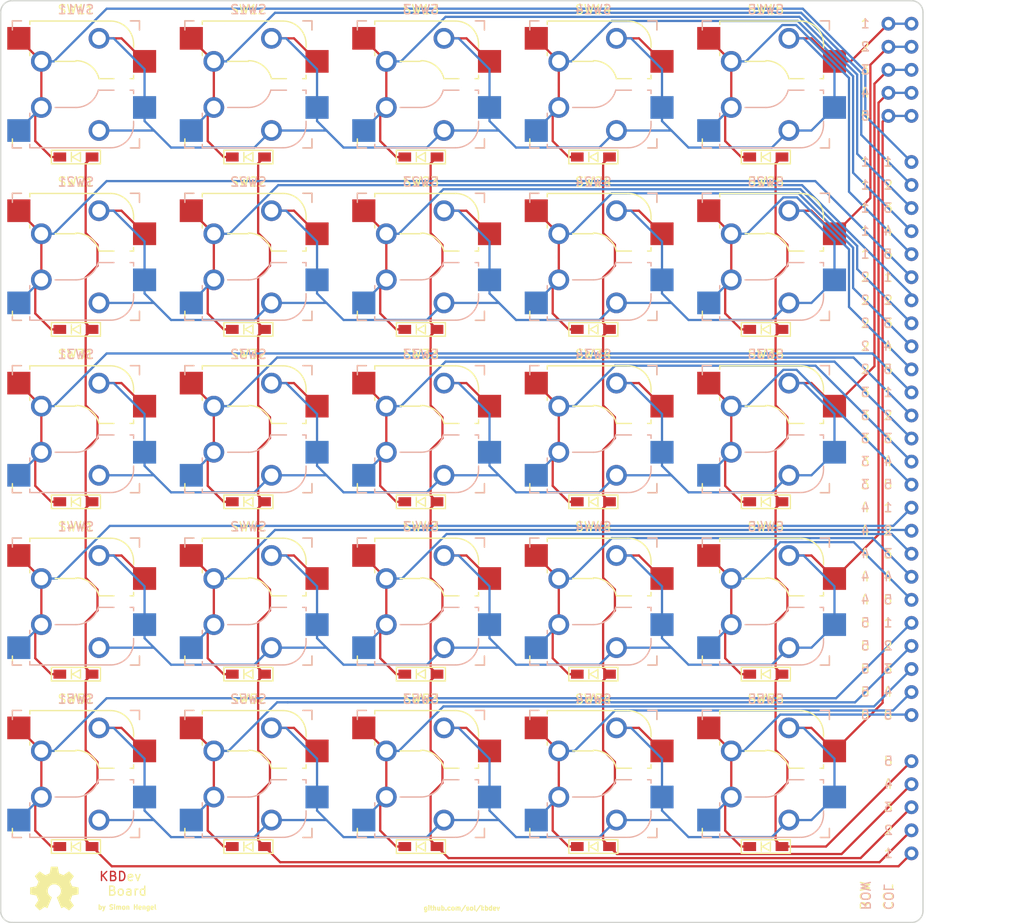
<source format=kicad_pcb>
(kicad_pcb (version 20211014) (generator pcbnew)
  (layers (0 "F.Cu" signal) (31 "B.Cu" signal) (34 "B.Paste" user) (35 "F.Paste" user) (36 "B.SilkS" user "B.Silkscreen") (37 "F.SilkS" user "F.Silkscreen") (38 "B.Mask" user) (39 "F.Mask" user) (44 "Edge.Cuts" user))
  (net 0 "")
  (net 1 "/IN_SW_11")
  (net 2 "/IN_SW_12")
  (net 3 "/IN_SW_13")
  (net 4 "/IN_SW_14")
  (net 5 "/IN_SW_15")
  (net 6 "/IN_SW_21")
  (net 7 "/IN_SW_22")
  (net 8 "/IN_SW_23")
  (net 9 "/IN_SW_24")
  (net 10 "/IN_SW_25")
  (net 11 "/IN_SW_31")
  (net 12 "/IN_SW_32")
  (net 13 "/IN_SW_33")
  (net 14 "/IN_SW_34")
  (net 15 "/IN_SW_35")
  (net 16 "/IN_SW_41")
  (net 17 "/IN_SW_42")
  (net 18 "/IN_SW_43")
  (net 19 "/IN_SW_44")
  (net 20 "/IN_SW_45")
  (net 21 "/IN_SW_51")
  (net 22 "/IN_SW_52")
  (net 23 "/IN_SW_53")
  (net 24 "/IN_SW_54")
  (net 25 "/IN_SW_55")
  (net 26 "/COL 1")
  (net 27 "/COL 2")
  (net 28 "/COL 3")
  (net 29 "/COL 4")
  (net 30 "/COL 5")
  (net 31 "/ROW 1")
  (net 32 "/ROW 2")
  (net 33 "/ROW 3")
  (net 34 "/ROW 4")
  (net 35 "/ROW 5")
  (footprint "keyswitches:Kailh_socket_MX_optional_reversible" (layer "F.Cu") (at 160.49 60.03)
    (fp_text reference "SW15")
    (fp_text value "SW_PUSH")
  )
  (footprint "keyswitches:Kailh_socket_MX_optional_reversible" (layer "F.Cu") (at 141.49 79.03)
    (fp_text reference "SW24")
    (fp_text value "SW_PUSH")
  )
  (footprint "keyswitches:Kailh_socket_MX_optional_reversible" (layer "F.Cu") (at 160.49 117.03)
    (fp_text reference "SW45")
    (fp_text value "SW_PUSH")
  )
  (footprint "kbd:D3_SMD_v2" (layer "F.Cu") (at 141.49 68.03)
    (fp_text reference "D14" hide)
    (fp_text value "1N4148" hide)
  )
  (footprint "keyswitches:Kailh_socket_MX_optional_reversible" (layer "F.Cu") (at 103.49 60.03)
    (fp_text reference "SW12")
    (fp_text value "SW_PUSH")
  )
  (footprint "keyswitches:Kailh_socket_MX_optional_reversible" (layer "F.Cu") (at 84.49 117.03)
    (fp_text reference "SW41")
    (fp_text value "SW_PUSH")
  )
  (footprint "kbd:D3_SMD_v2" (layer "F.Cu") (at 122.49 106.03)
    (fp_text reference "D33" hide)
    (fp_text value "1N4148" hide)
  )
  (footprint "keyswitches:Kailh_socket_MX_optional_reversible" (layer "F.Cu") (at 103.49 79.03)
    (fp_text reference "SW22")
    (fp_text value "SW_PUSH")
  )
  (footprint "kbd:D3_SMD_v2" (layer "F.Cu") (at 84.49 144.03)
    (fp_text reference "D51" hide)
    (fp_text value "1N4148" hide)
  )
  (footprint "footprints:DIRECT" (layer "F.Cu") (at 176.53 68.58)
    (fp_text reference "J2")
    (fp_text value "DIRECT")
  )
  (footprint "keyswitches:Kailh_socket_MX_optional_reversible" (layer "F.Cu") (at 141.49 117.03)
    (fp_text reference "SW44")
    (fp_text value "SW_PUSH")
  )
  (footprint "kbd:D3_SMD_v2" (layer "F.Cu") (at 160.49 87.03)
    (fp_text reference "D25" hide)
    (fp_text value "1N4148" hide)
  )
  (footprint "keyswitches:Kailh_socket_MX_optional_reversible" (layer "F.Cu") (at 84.49 136.03)
    (fp_text reference "SW51")
    (fp_text value "SW_PUSH")
  )
  (footprint "kbd:D3_SMD_v2" (layer "F.Cu") (at 103.49 68.03)
    (fp_text reference "D12" hide)
    (fp_text value "1N4148" hide)
  )
  (footprint "kbd:D3_SMD_v2" (layer "F.Cu") (at 84.49 68.03)
    (fp_text reference "D11" hide)
    (fp_text value "1N4148" hide)
  )
  (footprint "keyswitches:Kailh_socket_MX_optional_reversible" (layer "F.Cu") (at 122.49 79.03)
    (fp_text reference "SW23")
    (fp_text value "SW_PUSH")
  )
  (footprint "footprints:ROWS" (layer "F.Cu") (at 173.99 53.34)
    (fp_text reference "J1")
    (fp_text value "ROWS")
  )
  (footprint "keyswitches:Kailh_socket_MX_optional_reversible" (layer "F.Cu") (at 103.49 136.03)
    (fp_text reference "SW52")
    (fp_text value "SW_PUSH")
  )
  (footprint "keyswitches:Kailh_socket_MX_optional_reversible" (layer "F.Cu") (at 84.49 98.03)
    (fp_text reference "SW31")
    (fp_text value "SW_PUSH")
  )
  (footprint "kbd:D3_SMD_v2" (layer "F.Cu") (at 122.49 87.03)
    (fp_text reference "D23" hide)
    (fp_text value "1N4148" hide)
  )
  (footprint "kbd:D3_SMD_v2" (layer "F.Cu") (at 103.49 87.03)
    (fp_text reference "D22" hide)
    (fp_text value "1N4148" hide)
  )
  (footprint "footprints:oshwa logo" (layer "F.Cu") (at 82.136 148.794)
    (fp_text reference "REF**" hide)
    (fp_text value "oshwa logo" hide)
  )
  (footprint "kbd:D3_SMD_v2" (layer "F.Cu") (at 141.49 144.03)
    (fp_text reference "D54" hide)
    (fp_text value "1N4148" hide)
  )
  (footprint "keyswitches:Kailh_socket_MX_optional_reversible" (layer "F.Cu") (at 141.49 136.03)
    (fp_text reference "SW54")
    (fp_text value "SW_PUSH")
  )
  (footprint "keyswitches:Kailh_socket_MX_optional_reversible" (layer "F.Cu") (at 122.49 98.03)
    (fp_text reference "SW33")
    (fp_text value "SW_PUSH")
  )
  (footprint "kbd:D3_SMD_v2" (layer "F.Cu") (at 141.49 106.03)
    (fp_text reference "D34" hide)
    (fp_text value "1N4148" hide)
  )
  (footprint "keyswitches:Kailh_socket_MX_optional_reversible" (layer "F.Cu") (at 160.49 98.03)
    (fp_text reference "SW35")
    (fp_text value "SW_PUSH")
  )
  (footprint "kbd:D3_SMD_v2" (layer "F.Cu") (at 160.49 144.03)
    (fp_text reference "D55" hide)
    (fp_text value "1N4148" hide)
  )
  (footprint "keyswitches:Kailh_socket_MX_optional_reversible" (layer "F.Cu") (at 122.49 117.03)
    (fp_text reference "SW43")
    (fp_text value "SW_PUSH")
  )
  (footprint "kbd:D3_SMD_v2" (layer "F.Cu") (at 160.49 125.03)
    (fp_text reference "D45" hide)
    (fp_text value "1N4148" hide)
  )
  (footprint "keyswitches:Kailh_socket_MX_optional_reversible" (layer "F.Cu") (at 84.49 60.03)
    (fp_text reference "SW11")
    (fp_text value "SW_PUSH")
  )
  (footprint "kbd:D3_SMD_v2" (layer "F.Cu") (at 141.49 125.03)
    (fp_text reference "D44" hide)
    (fp_text value "1N4148" hide)
  )
  (footprint "kbd:D3_SMD_v2" (layer "F.Cu") (at 141.49 87.03)
    (fp_text reference "D24" hide)
    (fp_text value "1N4148" hide)
  )
  (footprint "kbd:D3_SMD_v2" (layer "F.Cu") (at 160.49 106.03)
    (fp_text reference "D35" hide)
    (fp_text value "1N4148" hide)
  )
  (footprint "kbd:D3_SMD_v2" (layer "F.Cu") (at 122.49 144.03)
    (fp_text reference "D53" hide)
    (fp_text value "1N4148" hide)
  )
  (footprint "kbd:D3_SMD_v2" (layer "F.Cu") (at 160.49 68.03)
    (fp_text reference "D15" hide)
    (fp_text value "1N4148" hide)
  )
  (footprint "kbd:D3_SMD_v2" (layer "F.Cu") (at 122.49 125.03)
    (fp_text reference "D43" hide)
    (fp_text value "1N4148" hide)
  )
  (footprint "keyswitches:Kailh_socket_MX_optional_reversible" (layer "F.Cu") (at 122.49 136.03)
    (fp_text reference "SW53")
    (fp_text value "SW_PUSH")
  )
  (footprint "keyswitches:Kailh_socket_MX_optional_reversible" (layer "F.Cu") (at 122.49 60.03)
    (fp_text reference "SW13")
    (fp_text value "SW_PUSH")
  )
  (footprint "footprints:COLUMNS" (layer "F.Cu") (at 176.53 134.62)
    (fp_text reference "J3")
    (fp_text value "COLUMNS")
  )
  (footprint "kbd:D3_SMD_v2" (layer "F.Cu") (at 103.49 125.03)
    (fp_text reference "D42" hide)
    (fp_text value "1N4148" hide)
  )
  (footprint "keyswitches:Kailh_socket_MX_optional_reversible" (layer "F.Cu") (at 141.49 98.03)
    (fp_text reference "SW34")
    (fp_text value "SW_PUSH")
  )
  (footprint "kbd:D3_SMD_v2" (layer "F.Cu") (at 84.49 125.03)
    (fp_text reference "D41" hide)
    (fp_text value "1N4148" hide)
  )
  (footprint "keyswitches:Kailh_socket_MX_optional_reversible" (layer "F.Cu") (at 160.49 136.03)
    (fp_text reference "SW55")
    (fp_text value "SW_PUSH")
  )
  (footprint "keyswitches:Kailh_socket_MX_optional_reversible" (layer "F.Cu") (at 103.49 117.03)
    (fp_text reference "SW42")
    (fp_text value "SW_PUSH")
  )
  (footprint "kbd:D3_SMD_v2" (layer "F.Cu") (at 122.49 68.03)
    (fp_text reference "D13" hide)
    (fp_text value "1N4148" hide)
  )
  (footprint "kbd:D3_SMD_v2" (layer "F.Cu") (at 103.49 144.03)
    (fp_text reference "D52" hide)
    (fp_text value "1N4148" hide)
  )
  (footprint "keyswitches:Kailh_socket_MX_optional_reversible" (layer "F.Cu") (at 160.49 79.03)
    (fp_text reference "SW25")
    (fp_text value "SW_PUSH")
  )
  (footprint "keyswitches:Kailh_socket_MX_optional_reversible" (layer "F.Cu") (at 84.49 79.03)
    (fp_text reference "SW21")
    (fp_text value "SW_PUSH")
  )
  (footprint "kbd:D3_SMD_v2" (layer "F.Cu") (at 84.49 87.03)
    (fp_text reference "D21" hide)
    (fp_text value "1N4148" hide)
  )
  (footprint "keyswitches:Kailh_socket_MX_optional_reversible" (layer "F.Cu") (at 103.49 98.03)
    (fp_text reference "SW32")
    (fp_text value "SW_PUSH")
  )
  (footprint "kbd:D3_SMD_v2" (layer "F.Cu") (at 84.49 106.03)
    (fp_text reference "D31" hide)
    (fp_text value "1N4148" hide)
  )
  (footprint "kbd:D3_SMD_v2" (layer "F.Cu") (at 103.49 106.03)
    (fp_text reference "D32" hide)
    (fp_text value "1N4148" hide)
  )
  (footprint "keyswitches:Kailh_socket_MX_optional_reversible" (layer "F.Cu") (at 141.49 60.03)
    (fp_text reference "SW14")
    (fp_text value "SW_PUSH")
  )
  (gr_line (start 176.53 152.4) (end 77.47 152.4) (layer "Edge.Cuts") (width 0.15))
  (gr_line (start 77.47 50.8) (end 176.53 50.8) (layer "Edge.Cuts") (width 0.15))
  (gr_line (start 76.2 151.13) (end 76.2 52.07) (layer "Edge.Cuts") (width 0.15))
  (gr_arc (start 176.53 50.8) (mid 177.428026 51.171974) (end 177.8 52.07) (layer "Edge.Cuts") (width 0.15))
  (gr_arc (start 77.47 152.4) (mid 76.571974 152.028026) (end 76.2 151.13) (layer "Edge.Cuts") (width 0.15))
  (gr_arc (start 76.2 52.07) (mid 76.571974 51.171974) (end 77.47 50.8) (layer "Edge.Cuts") (width 0.15))
  (gr_line (start 177.8 52.07) (end 177.8 151.13) (layer "Edge.Cuts") (width 0.15))
  (gr_arc (start 177.8 151.13) (mid 177.428026 152.028026) (end 176.53 152.4) (layer "Edge.Cuts") (width 0.15))
  (gr_text "KBD" (at 88.57 147.32) (layer "F.Cu") (effects (font (size 1 1))))
  (gr_text "COL" (at 173.99 151.13 -90) (layer "B.SilkS") (effects (font (size 1 1)) (justify left mirror)))
  (gr_text "ROW" (at 171.45 151.13 -90) (layer "B.SilkS") (effects (font (size 1 1)) (justify left mirror)))
  (gr_text "by Simon Hengel" (at 86.85 150.72) (layer "F.SilkS") (effects (font (size 0.5 0.5) (thickness 0.125)) (justify left)))
  (gr_text "github.com/sol/kbdev" (at 127 150.82) (layer "F.SilkS") (effects (font (size 0.5 0.5) (thickness 0.125))))
  (gr_text "COL" (at 173.99 151.13 90) (layer "F.SilkS") (effects (font (size 1 1)) (justify left)))
  (gr_text "Board" (at 90.14 148.93) (layer "F.SilkS") (effects (font (size 1 1))))
  (gr_text "ROW" (at 171.45 151.13 90) (layer "F.SilkS") (effects (font (size 1 1)) (justify left)))
  (gr_text "ev" (at 90.88 147.32) (layer "F.SilkS") (effects (font (size 1 1))))
  (segment (start 80.68 62.57) (end 80.68 57.49) (width 0.25) (layer "F.Cu") (net 1))
  (segment (start 82.715 68.03) (end 81.765 68.03) (width 0.25) (layer "F.Cu") (net 1))
  (segment (start 78.2 55.01) (end 78.2 54.95) (width 0.25) (layer "F.Cu") (net 1))
  (segment (start 81.765 68.03) (end 80.01 66.275) (width 0.25) (layer "F.Cu") (net 1))
  (segment (start 80.01 66.275) (end 80.01 63.24) (width 0.25) (layer "F.Cu") (net 1))
  (segment (start 80.68 57.49) (end 78.2 55.01) (width 0.25) (layer "F.Cu") (net 1))
  (segment (start 80.01 63.24) (end 80.68 62.57) (width 0.25) (layer "F.Cu") (net 1))
  (segment (start 164.559441 51.684409) (end 87.872222 51.684409) (width 0.25) (layer "B.Cu") (net 1))
  (segment (start 171.447591 58.572559) (end 164.559441 51.684409) (width 0.25) (layer "B.Cu") (net 1))
  (segment (start 82.066631 57.49) (end 80.68 57.49) (width 0.25) (layer "B.Cu") (net 1))
  (segment (start 176.53 68.58) (end 171.447591 63.497591) (width 0.25) (layer "B.Cu") (net 1))
  (segment (start 171.447591 63.497591) (end 171.447591 58.572559) (width 0.25) (layer "B.Cu") (net 1))
  (segment (start 78.2 65.11) (end 78.2 65.05) (width 0.25) (layer "B.Cu") (net 1))
  (segment (start 78.2 65.05) (end 80.68 62.57) (width 0.25) (layer "B.Cu") (net 1))
  (segment (start 87.872222 51.684409) (end 82.066631 57.49) (width 0.25) (layer "B.Cu") (net 1))
  (segment (start 100.765 68.03) (end 99.01 66.275) (width 0.25) (layer "F.Cu") (net 2))
  (segment (start 99.01 66.275) (end 99.01 63.24) (width 0.25) (layer "F.Cu") (net 2))
  (segment (start 99.68 62.57) (end 99.68 57.49) (width 0.25) (layer "F.Cu") (net 2))
  (segment (start 101.715 68.03) (end 100.765 68.03) (width 0.25) (layer "F.Cu") (net 2))
  (segment (start 99.68 57.49) (end 97.2 55.01) (width 0.25) (layer "F.Cu") (net 2))
  (segment (start 99.01 63.24) (end 99.68 62.57) (width 0.25) (layer "F.Cu") (net 2))
  (segment (start 170.998071 58.758756) (end 164.373244 52.133929) (width 0.25) (layer "B.Cu") (net 2))
  (segment (start 164.373244 52.133929) (end 106.422702 52.133929) (width 0.25) (layer "B.Cu") (net 2))
  (segment (start 176.53 71.12) (end 170.998071 65.588071) (width 0.25) (layer "B.Cu") (net 2))
  (segment (start 106.422702 52.133929) (end 101.066631 57.49) (width 0.25) (layer "B.Cu") (net 2))
  (segment (start 97.2 65.05) (end 99.68 62.57) (width 0.25) (layer "B.Cu") (net 2))
  (segment (start 170.998071 65.588071) (end 170.998071 58.758756) (width 0.25) (layer "B.Cu") (net 2))
  (segment (start 101.066631 57.49) (end 99.68 57.49) (width 0.25) (layer "B.Cu") (net 2))
  (segment (start 119.765 68.03) (end 118.01 66.275) (width 0.25) (layer "F.Cu") (net 3))
  (segment (start 120.715 68.03) (end 119.765 68.03) (width 0.25) (layer "F.Cu") (net 3))
  (segment (start 118.68 57.49) (end 116.2 55.01) (width 0.25) (layer "F.Cu") (net 3))
  (segment (start 118.68 62.57) (end 118.68 57.49) (width 0.25) (layer "F.Cu") (net 3))
  (segment (start 118.01 66.275) (end 118.01 63.24) (width 0.25) (layer "F.Cu") (net 3))
  (segment (start 118.01 63.24) (end 118.68 62.57) (width 0.25) (layer "F.Cu") (net 3))
  (segment (start 176.53 73.66) (end 170.548551 67.678551) (width 0.25) (layer "B.Cu") (net 3))
  (segment (start 170.548551 58.944953) (end 164.187047 52.583449) (width 0.25) (layer "B.Cu") (net 3))
  (segment (start 116.2 65.05) (end 118.68 62.57) (width 0.25) (layer "B.Cu") (net 3))
  (segment (start 125.202997 52.583449) (end 120.296446 57.49) (width 0.25) (layer "B.Cu") (net 3))
  (segment (start 170.548551 67.678551) (end 170.548551 58.944953) (width 0.25) (layer "B.Cu") (net 3))
  (segment (start 164.187047 52.583449) (end 125.202997 52.583449) (width 0.25) (layer "B.Cu") (net 3))
  (segment (start 120.296446 57.49) (end 118.68 57.49) (width 0.25) (layer "B.Cu") (net 3))
  (segment (start 138.765 68.03) (end 137.01 66.275) (width 0.25) (layer "F.Cu") (net 4))
  (segment (start 137.01 63.24) (end 137.68 62.57) (width 0.25) (layer "F.Cu") (net 4))
  (segment (start 137.68 62.57) (end 137.68 57.49) (width 0.25) (layer "F.Cu") (net 4))
  (segment (start 137.01 66.275) (end 137.01 63.24) (width 0.25) (layer "F.Cu") (net 4))
  (segment (start 139.715 68.03) (end 138.765 68.03) (width 0.25) (layer "F.Cu") (net 4))
  (segment (start 137.68 57.49) (end 135.2 55.01) (width 0.25) (layer "F.Cu") (net 4))
  (segment (start 170.099031 59.13115) (end 164.00085 53.032969) (width 0.25) (layer "B.Cu") (net 4))
  (segment (start 143.523662 53.032969) (end 139.066631 57.49) (width 0.25) (layer "B.Cu") (net 4))
  (segment (start 139.066631 57.49) (end 137.68 57.49) (width 0.25) (layer "B.Cu") (net 4))
  (segment (start 176.53 76.2) (end 170.099031 69.769031) (width 0.25) (layer "B.Cu") (net 4))
  (segment (start 170.099031 69.769031) (end 170.099031 59.13115) (width 0.25) (layer "B.Cu") (net 4))
  (segment (start 135.2 65.05) (end 137.68 62.57) (width 0.25) (layer "B.Cu") (net 4))
  (segment (start 164.00085 53.032969) (end 143.523662 53.032969) (width 0.25) (layer "B.Cu") (net 4))
  (segment (start 157.765 68.03) (end 156.01 66.275) (width 0.25) (layer "F.Cu") (net 5))
  (segment (start 158.715 68.03) (end 157.765 68.03) (width 0.25) (layer "F.Cu") (net 5))
  (segment (start 156.01 66.275) (end 156.01 63.24) (width 0.25) (layer "F.Cu") (net 5))
  (segment (start 156.68 57.49) (end 154.2 55.01) (width 0.25) (layer "F.Cu") (net 5))
  (segment (start 156.01 63.24) (end 156.68 62.57) (width 0.25) (layer "F.Cu") (net 5))
  (segment (start 156.68 62.57) (end 156.68 57.49) (width 0.25) (layer "F.Cu") (net 5))
  (segment (start 154.2 65.05) (end 156.68 62.57) (width 0.25) (layer "B.Cu") (net 5))
  (segment (start 162.303957 53.482489) (end 158.296446 57.49) (width 0.25) (layer "B.Cu") (net 5))
  (segment (start 169.649511 71.859511) (end 169.649511 59.317347) (width 0.25) (layer "B.Cu") (net 5))
  (segment (start 176.53 78.74) (end 169.649511 71.859511) (width 0.25) (layer "B.Cu") (net 5))
  (segment (start 163.814653 53.482489) (end 162.303957 53.482489) (width 0.25) (layer "B.Cu") (net 5))
  (segment (start 169.649511 59.317347) (end 163.814653 53.482489) (width 0.25) (layer "B.Cu") (net 5))
  (segment (start 158.296446 57.49) (end 156.68 57.49) (width 0.25) (layer "B.Cu") (net 5))
  (segment (start 80.01 82.24) (end 80.68 81.57) (width 0.25) (layer "F.Cu") (net 6))
  (segment (start 82.715 87.03) (end 81.765 87.03) (width 0.25) (layer "F.Cu") (net 6))
  (segment (start 80.68 81.57) (end 80.68 76.49) (width 0.25) (layer "F.Cu") (net 6))
  (segment (start 81.765 87.03) (end 80.01 85.275) (width 0.25) (layer "F.Cu") (net 6))
  (segment (start 80.68 76.49) (end 78.2 74.01) (width 0.25) (layer "F.Cu") (net 6))
  (segment (start 80.01 85.275) (end 80.01 82.24) (width 0.25) (layer "F.Cu") (net 6))
  (segment (start 165.934409 70.684409) (end 87.872222 70.684409) (width 0.25) (layer "B.Cu") (net 6))
  (segment (start 82.066631 76.49) (end 80.68 76.49) (width 0.25) (layer "B.Cu") (net 6))
  (segment (start 176.53 81.28) (end 165.934409 70.684409) (width 0.25) (layer "B.Cu") (net 6))
  (segment (start 78.2 84.05) (end 80.68 81.57) (width 0.25) (layer "B.Cu") (net 6))
  (segment (start 87.872222 70.684409) (end 82.066631 76.49) (width 0.25) (layer "B.Cu") (net 6))
  (segment (start 99.68 76.49) (end 97.2 74.01) (width 0.25) (layer "F.Cu") (net 7))
  (segment (start 99.01 85.275) (end 99.01 82.24) (width 0.25) (layer "F.Cu") (net 7))
  (segment (start 101.715 87.03) (end 100.765 87.03) (width 0.25) (layer "F.Cu") (net 7))
  (segment (start 99.01 82.24) (end 99.68 81.57) (width 0.25) (layer "F.Cu") (net 7))
  (segment (start 99.68 81.57) (end 99.68 76.49) (width 0.25) (layer "F.Cu") (net 7))
  (segment (start 100.765 87.03) (end 99.01 85.275) (width 0.25) (layer "F.Cu") (net 7))
  (segment (start 106.770696 71.133929) (end 101.414625 76.49) (width 0.25) (layer "B.Cu") (net 7))
  (segment (start 164.48108 71.133929) (end 106.770696 71.133929) (width 0.25) (layer "B.Cu") (net 7))
  (segment (start 176.53 83.82) (end 176.53 83.182849) (width 0.25) (layer "B.Cu") (net 7))
  (segment (start 101.414625 76.49) (end 99.68 76.49) (width 0.25) (layer "B.Cu") (net 7))
  (segment (start 176.53 83.182849) (end 164.48108 71.133929) (width 0.25) (layer "B.Cu") (net 7))
  (segment (start 97.2 84.05) (end 99.68 81.57) (width 0.25) (layer "B.Cu") (net 7))
  (segment (start 118.68 81.57) (end 118.68 76.49) (width 0.25) (layer "F.Cu") (net 8))
  (segment (start 118.01 82.24) (end 118.68 81.57) (width 0.25) (layer "F.Cu") (net 8))
  (segment (start 118.68 76.49) (end 116.2 74.01) (width 0.25) (layer "F.Cu") (net 8))
  (segment (start 120.715 87.03) (end 119.765 87.03) (width 0.25) (layer "F.Cu") (net 8))
  (segment (start 118.01 85.275) (end 118.01 82.24) (width 0.25) (layer "F.Cu") (net 8))
  (segment (start 119.765 87.03) (end 118.01 85.275) (width 0.25) (layer "F.Cu") (net 8))
  (segment (start 170.548551 80.378551) (end 170.548551 77.837116) (width 0.25) (layer "B.Cu") (net 8))
  (segment (start 124.973182 71.583449) (end 120.066631 76.49) (width 0.25) (layer "B.Cu") (net 8))
  (segment (start 176.53 86.36) (end 170.548551 80.378551) (width 0.25) (layer "B.Cu") (net 8))
  (segment (start 116.2 84.05) (end 118.68 81.57) (width 0.25) (layer "B.Cu") (net 8))
  (segment (start 120.066631 76.49) (end 118.68 76.49) (width 0.25) (layer "B.Cu") (net 8))
  (segment (start 164.294883 71.583449) (end 124.973182 71.583449) (width 0.25) (layer "B.Cu") (net 8))
  (segment (start 170.548551 77.837116) (end 164.294883 71.583449) (width 0.25) (layer "B.Cu") (net 8))
  (segment (start 138.765 87.03) (end 137.01 85.275) (width 0.25) (layer "F.Cu") (net 9))
  (segment (start 137.68 81.57) (end 137.68 76.49) (width 0.25) (layer "F.Cu") (net 9))
  (segment (start 137.01 82.24) (end 137.68 81.57) (width 0.25) (layer "F.Cu") (net 9))
  (segment (start 139.715 87.03) (end 138.765 87.03) (width 0.25) (layer "F.Cu") (net 9))
  (segment (start 137.68 76.49) (end 135.2 74.01) (width 0.25) (layer "F.Cu") (net 9))
  (segment (start 137.01 85.275) (end 137.01 82.24) (width 0.25) (layer "F.Cu") (net 9))
  (segment (start 170.099031 78.023313) (end 164.108686 72.032969) (width 0.25) (layer "B.Cu") (net 9))
  (segment (start 143.523662 72.032969) (end 139.066631 76.49) (width 0.25) (layer "B.Cu") (net 9))
  (segment (start 176.53 88.9) (end 170.099031 82.469031) (width 0.25) (layer "B.Cu") (net 9))
  (segment (start 135.2 84.05) (end 137.68 81.57) (width 0.25) (layer "B.Cu") (net 9))
  (segment (start 170.099031 82.469031) (end 170.099031 78.023313) (width 0.25) (layer "B.Cu") (net 9))
  (segment (start 164.108686 72.032969) (end 143.523662 72.032969) (width 0.25) (layer "B.Cu") (net 9))
  (segment (start 139.066631 76.49) (end 137.68 76.49) (width 0.25) (layer "B.Cu") (net 9))
  (segment (start 158.715 87.03) (end 157.765 87.03) (width 0.25) (layer "F.Cu") (net 10))
  (segment (start 156.68 81.57) (end 156.68 76.49) (width 0.25) (layer "F.Cu") (net 10))
  (segment (start 156.01 85.275) (end 156.01 82.24) (width 0.25) (layer "F.Cu") (net 10))
  (segment (start 156.01 82.24) (end 156.68 81.57) (width 0.25) (layer "F.Cu") (net 10))
  (segment (start 156.68 76.49) (end 154.2 74.01) (width 0.25) (layer "F.Cu") (net 10))
  (segment (start 157.765 87.03) (end 156.01 85.275) (width 0.25) (layer "F.Cu") (net 10))
  (segment (start 154.2 84.05) (end 156.68 81.57) (width 0.25) (layer "B.Cu") (net 10))
  (segment (start 176.53 91.44) (end 169.649511 84.559511) (width 0.25) (layer "B.Cu") (net 10))
  (segment (start 169.649511 78.209511) (end 163.922489 72.482489) (width 0.25) (layer "B.Cu") (net 10))
  (segment (start 162.422136 72.482489) (end 158.414625 76.49) (width 0.25) (layer "B.Cu") (net 10))
  (segment (start 163.922489 72.482489) (end 162.422136 72.482489) (width 0.25) (layer "B.Cu") (net 10))
  (segment (start 169.649511 84.559511) (end 169.649511 78.209511) (width 0.25) (layer "B.Cu") (net 10))
  (segment (start 158.414625 76.49) (end 156.68 76.49) (width 0.25) (layer "B.Cu") (net 10))
  (segment (start 82.715 106.03) (end 81.765 106.03) (width 0.25) (layer "F.Cu") (net 11))
  (segment (start 80.01 104.275) (end 80.01 101.24) (width 0.25) (layer "F.Cu") (net 11))
  (segment (start 80.01 101.24) (end 80.68 100.57) (width 0.25) (layer "F.Cu") (net 11))
  (segment (start 81.765 106.03) (end 80.01 104.275) (width 0.25) (layer "F.Cu") (net 11))
  (segment (start 80.68 100.57) (end 80.68 95.49) (width 0.25) (layer "F.Cu") (net 11))
  (segment (start 80.68 95.49) (end 78.2 93.01) (width 0.25) (layer "F.Cu") (net 11))
  (segment (start 78.2 103.05) (end 80.68 100.57) (width 0.25) (layer "B.Cu") (net 11))
  (segment (start 172.234409 89.684409) (end 87.872222 89.684409) (width 0.25) (layer "B.Cu") (net 11))
  (segment (start 82.066631 95.49) (end 80.68 95.49) (width 0.25) (layer "B.Cu") (net 11))
  (segment (start 87.872222 89.684409) (end 82.066631 95.49) (width 0.25) (layer "B.Cu") (net 11))
  (segment (start 176.53 93.98) (end 172.234409 89.684409) (width 0.25) (layer "B.Cu") (net 11))
  (segment (start 99.68 100.57) (end 99.68 95.49) (width 0.25) (layer "F.Cu") (net 12))
  (segment (start 99.01 104.275) (end 99.01 101.24) (width 0.25) (layer "F.Cu") (net 12))
  (segment (start 99.01 101.24) (end 99.68 100.57) (width 0.25) (layer "F.Cu") (net 12))
  (segment (start 100.765 106.03) (end 99.01 104.275) (width 0.25) (layer "F.Cu") (net 12))
  (segment (start 99.68 95.49) (end 97.2 93.01) (width 0.25) (layer "F.Cu") (net 12))
  (segment (start 101.715 106.03) (end 100.765 106.03) (width 0.25) (layer "F.Cu") (net 12))
  (segment (start 97.2 103.05) (end 99.68 100.57) (width 0.25) (layer "B.Cu") (net 12))
  (segment (start 101.296446 95.49) (end 99.68 95.49) (width 0.25) (layer "B.Cu") (net 12))
  (segment (start 176.53 96.52) (end 170.143929 90.133929) (width 0.25) (layer "B.Cu") (net 12))
  (segment (start 106.652517 90.133929) (end 101.296446 95.49) (width 0.25) (layer "B.Cu") (net 12))
  (segment (start 170.143929 90.133929) (end 106.652517 90.133929) (width 0.25) (layer "B.Cu") (net 12))
  (segment (start 118.68 95.49) (end 116.2 93.01) (width 0.25) (layer "F.Cu") (net 13))
  (segment (start 118.01 101.24) (end 118.68 100.57) (width 0.25) (layer "F.Cu") (net 13))
  (segment (start 118.01 104.275) (end 118.01 101.24) (width 0.25) (layer "F.Cu") (net 13))
  (segment (start 120.715 106.03) (end 119.765 106.03) (width 0.25) (layer "F.Cu") (net 13))
  (segment (start 119.765 106.03) (end 118.01 104.275) (width 0.25) (layer "F.Cu") (net 13))
  (segment (start 118.68 100.57) (end 118.68 95.49) (width 0.25) (layer "F.Cu") (net 13))
  (segment (start 116.2 103.05) (end 118.68 100.57) (width 0.25) (layer "B.Cu") (net 13))
  (segment (start 168.053449 90.583449) (end 125.202997 90.583449) (width 0.25) (layer "B.Cu") (net 13))
  (segment (start 125.202997 90.583449) (end 120.296446 95.49) (width 0.25) (layer "B.Cu") (net 13))
  (segment (start 120.296446 95.49) (end 118.68 95.49) (width 0.25) (layer "B.Cu") (net 13))
  (segment (start 176.53 99.06) (end 168.053449 90.583449) (width 0.25) (layer "B.Cu") (net 13))
  (segment (start 137.68 100.57) (end 137.68 95.49) (width 0.25) (layer "F.Cu") (net 14))
  (segment (start 138.765 106.03) (end 137.01 104.275) (width 0.25) (layer "F.Cu") (net 14))
  (segment (start 137.01 104.275) (end 137.01 101.24) (width 0.25) (layer "F.Cu") (net 14))
  (segment (start 137.68 95.49) (end 135.2 93.01) (width 0.25) (layer "F.Cu") (net 14))
  (segment (start 139.715 106.03) (end 138.765 106.03) (width 0.25) (layer "F.Cu") (net 14))
  (segment (start 137.01 101.24) (end 137.68 100.57) (width 0.25) (layer "F.Cu") (net 14))
  (segment (start 139.414625 95.49) (end 137.68 95.49) (width 0.25) (layer "B.Cu") (net 14))
  (segment (start 176.53 101.6) (end 165.962969 91.032969) (width 0.25) (layer "B.Cu") (net 14))
  (segment (start 143.871656 91.032969) (end 139.414625 95.49) (width 0.25) (layer "B.Cu") (net 14))
  (segment (start 135.2 103.05) (end 137.68 100.57) (width 0.25) (layer "B.Cu") (net 14))
  (segment (start 165.962969 91.032969) (end 143.871656 91.032969) (width 0.25) (layer "B.Cu") (net 14))
  (segment (start 156.01 101.24) (end 156.68 100.57) (width 0.25) (layer "F.Cu") (net 15))
  (segment (start 156.01 104.275) (end 156.01 101.24) (width 0.25) (layer "F.Cu") (net 15))
  (segment (start 158.715 106.03) (end 157.765 106.03) (width 0.25) (layer "F.Cu") (net 15))
  (segment (start 157.765 106.03) (end 156.01 104.275) (width 0.25) (layer "F.Cu") (net 15))
  (segment (start 156.68 95.49) (end 154.2 93.01) (width 0.25) (layer "F.Cu") (net 15))
  (segment (start 156.68 100.57) (end 156.68 95.49) (width 0.25) (layer "F.Cu") (net 15))
  (segment (start 158.414625 95.49) (end 156.68 95.49) (width 0.25) (layer "B.Cu") (net 15))
  (segment (start 154.2 103.05) (end 156.68 100.57) (width 0.25) (layer "B.Cu") (net 15))
  (segment (start 176.53 104.14) (end 163.872489 91.482489) (width 0.25) (layer "B.Cu") (net 15))
  (segment (start 162.422136 91.482489) (end 158.414625 95.49) (width 0.25) (layer "B.Cu") (net 15))
  (segment (start 163.872489 91.482489) (end 162.422136 91.482489) (width 0.25) (layer "B.Cu") (net 15))
  (segment (start 81.765 125.03) (end 80.01 123.275) (width 0.25) (layer "F.Cu") (net 16))
  (segment (start 80.01 123.275) (end 80.01 120.24) (width 0.25) (layer "F.Cu") (net 16))
  (segment (start 80.68 119.57) (end 80.68 114.49) (width 0.25) (layer "F.Cu") (net 16))
  (segment (start 80.01 120.24) (end 80.68 119.57) (width 0.25) (layer "F.Cu") (net 16))
  (segment (start 82.715 125.03) (end 81.765 125.03) (width 0.25) (layer "F.Cu") (net 16))
  (segment (start 80.68 114.49) (end 78.2 112.01) (width 0.25) (layer "F.Cu") (net 16))
  (segment (start 88.220216 108.684409) (end 82.414625 114.49) (width 0.25) (layer "B.Cu") (net 16))
  (segment (start 176.53 106.68) (end 174.525591 108.684409) (width 0.25) (layer "B.Cu") (net 16))
  (segment (start 82.414625 114.49) (end 80.68 114.49) (width 0.25) (layer "B.Cu") (net 16))
  (segment (start 174.525591 108.684409) (end 88.220216 108.684409) (width 0.25) (layer "B.Cu") (net 16))
  (segment (start 78.2 122.05) (end 80.68 119.57) (width 0.25) (layer "B.Cu") (net 16))
  (segment (start 100.765 125.03) (end 99.01 123.275) (width 0.25) (layer "F.Cu") (net 17))
  (segment (start 99.01 120.24) (end 99.68 119.57) (width 0.25) (layer "F.Cu") (net 17))
  (segment (start 99.68 114.49) (end 97.2 112.01) (width 0.25) (layer "F.Cu") (net 17))
  (segment (start 99.68 119.57) (end 99.68 114.49) (width 0.25) (layer "F.Cu") (net 17))
  (segment (start 99.01 123.275) (end 99.01 120.24) (width 0.25) (layer "F.Cu") (net 17))
  (segment (start 101.715 125.03) (end 100.765 125.03) (width 0.25) (layer "F.Cu") (net 17))
  (segment (start 101.066631 114.49) (end 99.68 114.49) (width 0.25) (layer "B.Cu") (net 17))
  (segment (start 176.53 109.22) (end 176.443929 109.133929) (width 0.25) (layer "B.Cu") (net 17))
  (segment (start 176.443929 109.133929) (end 106.422702 109.133929) (width 0.25) (layer "B.Cu") (net 17))
  (segment (start 97.2 122.05) (end 99.68 119.57) (width 0.25) (layer "B.Cu") (net 17))
  (segment (start 106.422702 109.133929) (end 101.066631 114.49) (width 0.25) (layer "B.Cu") (net 17))
  (segment (start 118.01 123.275) (end 118.01 120.24) (width 0.25) (layer "F.Cu") (net 18))
  (segment (start 118.01 120.24) (end 118.68 119.57) (width 0.25) (layer "F.Cu") (net 18))
  (segment (start 118.68 114.49) (end 116.2 112.01) (width 0.25) (layer "F.Cu") (net 18))
  (segment (start 118.68 119.57) (end 118.68 114.49) (width 0.25) (layer "F.Cu") (net 18))
  (segment (start 120.715 125.03) (end 119.765 125.03) (width 0.25) (layer "F.Cu") (net 18))
  (segment (start 119.765 125.03) (end 118.01 123.275) (width 0.25) (layer "F.Cu") (net 18))
  (segment (start 176.53 111.76) (end 174.353449 109.583449) (width 0.25) (layer "B.Cu") (net 18))
  (segment (start 174.353449 109.583449) (end 125.321176 109.583449) (width 0.25) (layer "B.Cu") (net 18))
  (segment (start 116.2 122.05) (end 118.68 119.57) (width 0.25) (layer "B.Cu") (net 18))
  (segment (start 120.414625 114.49) (end 118.68 114.49) (width 0.25) (layer "B.Cu") (net 18))
  (segment (start 125.321176 109.583449) (end 120.414625 114.49) (width 0.25) (layer "B.Cu") (net 18))
  (segment (start 137.01 120.24) (end 137.68 119.57) (width 0.25) (layer "F.Cu") (net 19))
  (segment (start 137.68 119.57) (end 137.68 114.49) (width 0.25) (layer "F.Cu") (net 19))
  (segment (start 137.01 123.275) (end 137.01 120.24) (width 0.25) (layer "F.Cu") (net 19))
  (segment (start 139.715 125.03) (end 138.765 125.03) (width 0.25) (layer "F.Cu") (net 19))
  (segment (start 138.765 125.03) (end 137.01 123.275) (width 0.25) (layer "F.Cu") (net 19))
  (segment (start 137.68 114.49) (end 135.2 112.01) (width 0.25) (layer "F.Cu") (net 19))
  (segment (start 143.523662 110.032969) (end 139.066631 114.49) (width 0.25) (layer "B.Cu") (net 19))
  (segment (start 176.53 114.3) (end 172.262969 110.032969) (width 0.25) (layer "B.Cu") (net 19))
  (segment (start 172.262969 110.032969) (end 143.523662 110.032969) (width 0.25) (layer "B.Cu") (net 19))
  (segment (start 135.2 122.05) (end 137.68 119.57) (width 0.25) (layer "B.Cu") (net 19))
  (segment (start 139.066631 114.49) (end 137.68 114.49) (width 0.25) (layer "B.Cu") (net 19))
  (segment (start 156.01 123.275) (end 156.01 120.24) (width 0.25) (layer "F.Cu") (net 20))
  (segment (start 156.01 120.24) (end 156.68 119.57) (width 0.25) (layer "F.Cu") (net 20))
  (segment (start 156.68 119.57) (end 156.68 114.49) (width 0.25) (layer "F.Cu") (net 20))
  (segment (start 157.765 125.03) (end 156.01 123.275) (width 0.25) (layer "F.Cu") (net 20))
  (segment (start 158.715 125.03) (end 157.765 125.03) (width 0.25) (layer "F.Cu") (net 20))
  (segment (start 156.68 114.49) (end 154.2 112.01) (width 0.25) (layer "F.Cu") (net 20))
  (segment (start 158.066631 114.49) (end 156.68 114.49) (width 0.25) (layer "B.Cu") (net 20))
  (segment (start 162.074142 110.482489) (end 158.066631 114.49) (width 0.25) (layer "B.Cu") (net 20))
  (segment (start 154.2 122.05) (end 156.68 119.57) (width 0.25) (layer "B.Cu") (net 20))
  (segment (start 170.172489 110.482489) (end 162.074142 110.482489) (width 0.25) (layer "B.Cu") (net 20))
  (segment (start 176.53 116.84) (end 170.172489 110.482489) (width 0.25) (layer "B.Cu") (net 20))
  (segment (start 80.01 142.275) (end 80.01 139.24) (width 0.25) (layer "F.Cu") (net 21))
  (segment (start 82.715 144.03) (end 81.765 144.03) (width 0.25) (layer "F.Cu") (net 21))
  (segment (start 80.01 139.24) (end 80.68 138.57) (width 0.25) (layer "F.Cu") (net 21))
  (segment (start 81.765 144.03) (end 80.01 142.275) (width 0.25) (layer "F.Cu") (net 21))
  (segment (start 80.68 133.49) (end 78.2 131.01) (width 0.25) (layer "F.Cu") (net 21))
  (segment (start 80.68 138.57) (end 80.68 133.49) (width 0.25) (layer "F.Cu") (net 21))
  (segment (start 78.2 141.05) (end 80.68 138.57) (width 0.25) (layer "B.Cu") (net 21))
  (segment (start 87.872222 127.684409) (end 82.066631 133.49) (width 0.25) (layer "B.Cu") (net 21))
  (segment (start 176.53 119.38) (end 168.225591 127.684409) (width 0.25) (layer "B.Cu") (net 21))
  (segment (start 82.066631 133.49) (end 80.68 133.49) (width 0.25) (layer "B.Cu") (net 21))
  (segment (start 168.225591 127.684409) (end 87.872222 127.684409) (width 0.25) (layer "B.Cu") (net 21))
  (segment (start 100.765 144.03) (end 99.01 142.275) (width 0.25) (layer "F.Cu") (net 22))
  (segment (start 99.68 133.49) (end 97.2 131.01) (width 0.25) (layer "F.Cu") (net 22))
  (segment (start 99.01 142.275) (end 99.01 139.24) (width 0.25) (layer "F.Cu") (net 22))
  (segment (start 99.68 138.57) (end 99.68 133.49) (width 0.25) (layer "F.Cu") (net 22))
  (segment (start 101.715 144.03) (end 100.765 144.03) (width 0.25) (layer "F.Cu") (net 22))
  (segment (start 99.01 139.24) (end 99.68 138.57) (width 0.25) (layer "F.Cu") (net 22))
  (segment (start 170.316071 128.133929) (end 107.813929 128.133929) (width 0.25) (layer "B.Cu") (net 22))
  (segment (start 176.53 121.92) (end 170.316071 128.133929) (width 0.25) (layer "B.Cu") (net 22))
  (segment (start 106.652517 128.133929) (end 107.813929 128.133929) (width 0.25) (layer "B.Cu") (net 22))
  (segment (start 99.68 133.49) (end 101.296446 133.49) (width 0.25) (layer "B.Cu") (net 22))
  (segment (start 101.296446 133.49) (end 106.652517 128.133929) (width 0.25) (layer "B.Cu") (net 22))
  (segment (start 97.2 141.05) (end 99.68 138.57) (width 0.25) (layer "B.Cu") (net 22))
  (segment (start 120.715 144.03) (end 119.765 144.03) (width 0.25) (layer "F.Cu") (net 23))
  (segment (start 119.765 144.03) (end 118.01 142.275) (width 0.25) (layer "F.Cu") (net 23))
  (segment (start 118.68 133.49) (end 116.2 131.01) (width 0.25) (layer "F.Cu") (net 23))
  (segment (start 118.01 142.275) (end 118.01 139.24) (width 0.25) (layer "F.Cu") (net 23))
  (segment (start 118.68 138.57) (end 118.68 133.49) (width 0.25) (layer "F.Cu") (net 23))
  (segment (start 118.01 139.24) (end 118.68 138.57) (width 0.25) (layer "F.Cu") (net 23))
  (segment (start 120.066631 133.49) (end 118.68 133.49) (width 0.25) (layer "B.Cu") (net 23))
  (segment (start 124.973182 128.583449) (end 120.066631 133.49) (width 0.25) (layer "B.Cu") (net 23))
  (segment (start 116.2 141.05) (end 118.68 138.57) (width 0.25) (layer "B.Cu") (net 23))
  (segment (start 172.406551 128.583449) (end 124.973182 128.583449) (width 0.25) (layer "B.Cu") (net 23))
  (segment (start 176.53 124.46) (end 172.406551 128.583449) (width 0.25) (layer "B.Cu") (net 23))
  (segment (start 138.765 144.03) (end 137.01 142.275) (width 0.25) (layer "F.Cu") (net 24))
  (segment (start 139.715 144.03) (end 138.765 144.03) (width 0.25) (layer "F.Cu") (net 24))
  (segment (start 137.68 133.49) (end 135.2 131.01) (width 0.25) (layer "F.Cu") (net 24))
  (segment (start 137.01 139.24) (end 137.68 138.57) (width 0.25) (layer "F.Cu") (net 24))
  (segment (start 137.68 138.57) (end 137.68 133.49) (width 0.25) (layer "F.Cu") (net 24))
  (segment (start 137.01 142.275) (end 137.01 139.24) (width 0.25) (layer "F.Cu") (net 24))
  (segment (start 176.53 127) (end 174.497031 129.032969) (width 0.25) (layer "B.Cu") (net 24))
  (segment (start 143.871656 129.032969) (end 139.414625 133.49) (width 0.25) (layer "B.Cu") (net 24))
  (segment (start 174.497031 129.032969) (end 143.871656 129.032969) (width 0.25) (layer "B.Cu") (net 24))
  (segment (start 135.2 141.05) (end 137.68 138.57) (width 0.25) (layer "B.Cu") (net 24))
  (segment (start 139.414625 133.49) (end 137.68 133.49) (width 0.25) (layer "B.Cu") (net 24))
  (segment (start 158.715 144.03) (end 157.765 144.03) (width 0.25) (layer "F.Cu") (net 25))
  (segment (start 157.765 144.03) (end 156.01 142.275) (width 0.25) (layer "F.Cu") (net 25))
  (segment (start 156.68 133.49) (end 154.2 131.01) (width 0.25) (layer "F.Cu") (net 25))
  (segment (start 156.01 142.275) (end 156.01 139.24) (width 0.25) (layer "F.Cu") (net 25))
  (segment (start 156.01 139.24) (end 156.68 138.57) (width 0.25) (layer "F.Cu") (net 25))
  (segment (start 156.68 138.57) (end 156.68 133.49) (width 0.25) (layer "F.Cu") (net 25))
  (segment (start 154.2 141.05) (end 156.68 138.57) (width 0.25) (layer "B.Cu") (net 25))
  (segment (start 176.472489 129.482489) (end 162.074142 129.482489) (width 0.25) (layer "B.Cu") (net 25))
  (segment (start 162.074142 129.482489) (end 158.066631 133.49) (width 0.25) (layer "B.Cu") (net 25))
  (segment (start 176.53 129.54) (end 176.472489 129.482489) (width 0.25) (layer "B.Cu") (net 25))
  (segment (start 158.066631 133.49) (end 156.68 133.49) (width 0.25) (layer "B.Cu") (net 25))
  (segment (start 86.862421 80.01269) (end 86.862421 77.709052) (width 0.25) (layer "F.Cu") (net 26))
  (segment (start 85.562489 68.732511) (end 86.265 68.03) (width 0.25) (layer "F.Cu") (net 26))
  (segment (start 86.265 125.03) (end 85.562489 124.327489) (width 0.25) (layer "F.Cu") (net 26))
  (segment (start 86.862421 77.709052) (end 85.562489 76.40912) (width 0.25) (layer "F.Cu") (net 26))
  (segment (start 86.862421 99.01269) (end 86.862421 96.709052) (width 0.25) (layer "F.Cu") (net 26))
  (segment (start 86.265 106.03) (end 85.562489 105.327489) (width 0.25) (layer "F.Cu") (net 26))
  (segment (start 85.562489 100.312622) (end 86.862421 99.01269) (width 0.25) (layer "F.Cu") (net 26))
  (segment (start 86.862421 134.709052) (end 85.562489 133.40912) (width 0.25) (layer "F.Cu") (net 26))
  (segment (start 86.265 87.03) (end 85.562489 86.327489) (width 0.25) (layer "F.Cu") (net 26))
  (segment (start 88.438071 146.203071) (end 86.265 144.03) (width 0.25) (layer "F.Cu") (net 26))
  (segment (start 85.562489 95.40912) (end 85.562489 87.732511) (width 0.25) (layer "F.Cu") (net 26))
  (segment (start 86.265 144.03) (end 85.562489 143.327489) (width 0.25) (layer "F.Cu") (net 26))
  (segment (start 85.562489 106.732511) (end 86.265 106.03) (width 0.25) (layer "F.Cu") (net 26))
  (segment (start 85.562489 105.327489) (end 85.562489 100.312622) (width 0.25) (layer "F.Cu") (net 26))
  (segment (start 85.562489 119.312622) (end 86.862421 118.01269) (width 0.25) (layer "F.Cu") (net 26))
  (segment (start 85.562489 76.40912) (end 85.562489 68.732511) (width 0.25) (layer "F.Cu") (net 26))
  (segment (start 85.562489 133.40912) (end 85.562489 125.732511) (width 0.25) (layer "F.Cu") (net 26))
  (segment (start 85.562489 87.732511) (end 86.265 87.03) (width 0.25) (layer "F.Cu") (net 26))
  (segment (start 86.862421 96.709052) (end 85.562489 95.40912) (width 0.25) (layer "F.Cu") (net 26))
  (segment (start 85.562489 124.327489) (end 85.562489 119.312622) (width 0.25) (layer "F.Cu") (net 26))
  (segment (start 85.562489 81.312622) (end 86.862421 80.01269) (width 0.25) (layer "F.Cu") (net 26))
  (segment (start 85.562489 138.312622) (end 86.862421 137.01269) (width 0.25) (layer "F.Cu") (net 26))
  (segment (start 85.562489 143.327489) (end 85.562489 138.312622) (width 0.25) (layer "F.Cu") (net 26))
  (segment (start 85.562489 86.327489) (end 85.562489 81.312622) (width 0.25) (layer "F.Cu") (net 26))
  (segment (start 86.862421 115.709052) (end 85.562489 114.40912) (width 0.25) (layer "F.Cu") (net 26))
  (segment (start 86.862421 118.01269) (end 86.862421 115.709052) (width 0.25) (layer "F.Cu") (net 26))
  (segment (start 85.562489 125.732511) (end 86.265 125.03) (width 0.25) (layer "F.Cu") (net 26))
  (segment (start 86.862421 137.01269) (end 86.862421 134.709052) (width 0.25) (layer "F.Cu") (net 26))
  (segment (start 176.53 144.78) (end 175.106929 146.203071) (width 0.25) (layer "F.Cu") (net 26))
  (segment (start 85.562489 114.40912) (end 85.562489 106.732511) (width 0.25) (layer "F.Cu") (net 26))
  (segment (start 175.106929 146.203071) (end 88.438071 146.203071) (width 0.25) (layer "F.Cu") (net 26))
  (segment (start 104.562489 106.732511) (end 105.265 106.03) (width 0.25) (layer "F.Cu") (net 27))
  (segment (start 104.562489 95.40912) (end 104.562489 87.732511) (width 0.25) (layer "F.Cu") (net 27))
  (segment (start 105.862421 115.709052) (end 104.562489 114.40912) (width 0.25) (layer "F.Cu") (net 27))
  (segment (start 106.988551 145.753551) (end 105.265 144.03) (width 0.25) (layer "F.Cu") (net 27))
  (segment (start 105.862421 118.01269) (end 105.862421 115.709052) (width 0.25) (layer "F.Cu") (net 27))
  (segment (start 104.562489 143.327489) (end 104.562489 138.312622) (width 0.25) (layer "F.Cu") (net 27))
  (segment (start 104.562489 87.732511) (end 105.265 87.03) (width 0.25) (layer "F.Cu") (net 27))
  (segment (start 105.862421 77.709052) (end 104.562489 76.40912) (width 0.25) (layer "F.Cu") (net 27))
  (segment (start 173.016449 145.753551) (end 106.988551 145.753551) (width 0.25) (layer "F.Cu") (net 27))
  (segment (start 105.265 125.03) (end 104.562489 124.327489) (width 0.25) (layer "F.Cu") (net 27))
  (segment (start 104.562489 105.327489) (end 104.562489 100.312622) (width 0.25) (layer "F.Cu") (net 27))
  (segment (start 104.562489 100.312622) (end 105.862421 99.01269) (width 0.25) (layer "F.Cu") (net 27))
  (segment (start 105.862421 96.709052) (end 104.562489 95.40912) (width 0.25) (layer "F.Cu") (net 27))
  (segment (start 104.562489 119.312622) (end 105.862421 118.01269) (width 0.25) (layer "F.Cu") (net 27))
  (segment (start 105.862421 137.01269) (end 105.862421 134.709052) (width 0.25) (layer "F.Cu") (net 27))
  (segment (start 104.562489 125.732511) (end 105.265 125.03) (width 0.25) (layer "F.Cu") (net 27))
  (segment (start 104.562489 76.40912) (end 104.562489 68.732511) (width 0.25) (layer "F.Cu") (net 27))
  (segment (start 105.265 144.03) (end 104.562489 143.327489) (width 0.25) (layer "F.Cu") (net 27))
  (segment (start 104.562489 86.327489) (end 104.562489 81.312622) (width 0.25) (layer "F.Cu") (net 27))
  (segment (start 105.265 106.03) (end 104.562489 105.327489) (width 0.25) (layer "F.Cu") (net 27))
  (segment (start 105.265 87.03) (end 104.562489 86.327489) (width 0.25) (layer "F.Cu") (net 27))
  (segment (start 105.862421 134.709052) (end 104.562489 133.40912) (width 0.25) (layer "F.Cu") (net 27))
  (segment (start 104.562489 124.327489) (end 104.562489 119.312622) (width 0.25) (layer "F.Cu") (net 27))
  (segment (start 105.862421 99.01269) (end 105.862421 96.709052) (width 0.25) (layer "F.Cu") (net 27))
  (segment (start 104.562489 68.732511) (end 105.265 68.03) (width 0.25) (layer "F.Cu") (net 27))
  (segment (start 105.862421 80.01269) (end 105.862421 77.709052) (width 0.25) (layer "F.Cu") (net 27))
  (segment (start 104.562489 81.312622) (end 105.862421 80.01269) (width 0.25) (layer "F.Cu") (net 27))
  (segment (start 104.562489 114.40912) (end 104.562489 106.732511) (width 0.25) (layer "F.Cu") (net 27))
  (segment (start 104.562489 138.312622) (end 105.862421 137.01269) (width 0.25) (layer "F.Cu") (net 27))
  (segment (start 176.53 142.24) (end 173.016449 145.753551) (width 0.25) (layer "F.Cu") (net 27))
  (segment (start 104.562489 133.40912) (end 104.562489 125.732511) (width 0.25) (layer "F.Cu") (net 27))
  (segment (start 124.862421 118.01269) (end 124.862421 115.709052) (width 0.25) (layer "F.Cu") (net 28))
  (segment (start 124.265 144.03) (end 123.562489 143.327489) (width 0.25) (layer "F.Cu") (net 28))
  (segment (start 125.539031 145.304031) (end 124.265 144.03) (width 0.25) (layer "F.Cu") (net 28))
  (segment (start 124.862421 80.01269) (end 124.862421 77.709052) (width 0.25) (layer "F.Cu") (net 28))
  (segment (start 124.862421 115.709052) (end 123.562489 114.40912) (width 0.25) (layer "F.Cu") (net 28))
  (segment (start 123.562489 81.312622) (end 124.862421 80.01269) (width 0.25) (layer "F.Cu") (net 28))
  (segment (start 123.562489 86.327489) (end 123.562489 81.312622) (width 0.25) (layer "F.Cu") (net 28))
  (segment (start 123.562489 133.40912) (end 123.562489 125.732511) (width 0.25) (layer "F.Cu") (net 28))
  (segment (start 124.265 125.03) (end 123.562489 124.327489) (width 0.25) (layer "F.Cu") (net 28))
  (segment (start 124.265 106.03) (end 123.562489 105.327489) (width 0.25) (layer "F.Cu") (net 28))
  (segment (start 123.562489 105.327489) (end 123.562489 100.312622) (width 0.25) (layer "F.Cu") (net 28))
  (segment (start 123.562489 124.327489) (end 123.562489 119.312622) (width 0.25) (layer "F.Cu") (net 28))
  (segment (start 123.562489 114.40912) (end 123.562489 106.732511) (width 0.25) (layer "F.Cu") (net 28))
  (segment (start 124.862421 134.709052) (end 123.562489 133.40912) (width 0.25) (layer "F.Cu") (net 28))
  (segment (start 124.862421 96.709052) (end 123.562489 95.40912) (width 0.25) (layer "F.Cu") (net 28))
  (segment (start 123.562489 119.312622) (end 124.862421 118.01269) (width 0.25) (layer "F.Cu") (net 28))
  (segment (start 123.562489 125.732511) (end 124.265 125.03) (width 0.25) (layer "F.Cu") (net 28))
  (segment (start 124.862421 77.709052) (end 123.562489 76.40912) (width 0.25) (layer "F.Cu") (net 28))
  (segment (start 123.562489 100.312622) (end 124.862421 99.01269) (width 0.25) (layer "F.Cu") (net 28))
  (segment (start 170.925969 145.304031) (end 125.539031 145.304031) (width 0.25) (layer "F.Cu") (net 28))
  (segment (start 123.562489 76.40912) (end 123.562489 68.732511) (width 0.25) (layer "F.Cu") (net 28))
  (segment (start 124.862421 99.01269) (end 124.862421 96.709052) (width 0.25) (layer "F.Cu") (net 28))
  (segment (start 124.862421 137.01269) (end 124.862421 134.709052) (width 0.25) (layer "F.Cu") (net 28))
  (segment (start 123.562489 143.327489) (end 123.562489 138.312622) (width 0.25) (layer "F.Cu") (net 28))
  (segment (start 123.562489 68.732511) (end 124.265 68.03) (width 0.25) (layer "F.Cu") (net 28))
  (segment (start 123.562489 106.732511) (end 124.265 106.03) (width 0.25) (layer "F.Cu") (net 28))
  (segment (start 123.562489 95.40912) (end 123.562489 87.732511) (width 0.25) (layer "F.Cu") (net 28))
  (segment (start 176.53 139.7) (end 170.925969 145.304031) (width 0.25) (layer "F.Cu") (net 28))
  (segment (start 123.562489 138.312622) (end 124.862421 137.01269) (width 0.25) (layer "F.Cu") (net 28))
  (segment (start 124.265 87.03) (end 123.562489 86.327489) (width 0.25) (layer "F.Cu") (net 28))
  (segment (start 123.562489 87.732511) (end 124.265 87.03) (width 0.25) (layer "F.Cu") (net 28))
  (segment (start 143.862421 118.01269) (end 143.862421 115.709052) (width 0.25) (layer "F.Cu") (net 29))
  (segment (start 142.562489 124.327489) (end 142.562489 119.312622) (width 0.25) (layer "F.Cu") (net 29))
  (segment (start 142.562489 114.40912) (end 142.562489 106.732511) (width 0.25) (layer "F.Cu") (net 29))
  (segment (start 143.265 106.03) (end 142.562489 105.327489) (width 0.25) (layer "F.Cu") (net 29))
  (segment (start 143.862421 77.709052) (end 142.562489 76.40912) (width 0.25) (layer "F.Cu") (net 29))
  (segment (start 142.562489 81.312622) (end 143.862421 80.01269) (width 0.25) (layer "F.Cu") (net 29))
  (segment (start 143.862421 80.01269) (end 143.862421 77.709052) (width 0.25) (layer "F.Cu") (net 29))
  (segment (start 144.089511 144.854511) (end 168.835489 144.854511) (width 0.25) (layer "F.Cu") (net 29))
  (segment (start 143.862421 115.709052) (end 142.562489 114.40912) (width 0.25) (layer "F.Cu") (net 29))
  (segment (start 143.862421 99.01269) (end 143.862421 96.709052) (width 0.25) (layer "F.Cu") (net 29))
  (segment (start 142.562489 119.312622) (end 143.862421 118.01269) (width 0.25) (layer "F.Cu") (net 29))
  (segment (start 143.265 125.03) (end 142.562489 124.327489) (width 0.25) (layer "F.Cu") (net 29))
  (segment (start 142.562489 95.40912) (end 142.562489 87.732511) (width 0.25) (layer "F.Cu") (net 29))
  (segment (start 143.265 144.03) (end 144.089511 144.854511) (width 0.25) (layer "F.Cu") (net 29))
  (segment (start 142.562489 143.327489) (end 142.562489 138.312622) (width 0.25) (layer "F.Cu") (net 29))
  (segment (start 143.862421 137.01269) (end 143.862421 134.709052) (width 0.25) (layer "F.Cu") (net 29))
  (segment (start 142.562489 125.732511) (end 143.265 125.03) (width 0.25) (layer "F.Cu") (net 29))
  (segment (start 168.835489 144.854511) (end 176.53 137.16) (width 0.25) (layer "F.Cu") (net 29))
  (segment (start 143.862421 134.709052) (end 142.562489 133.40912) (width 0.25) (layer "F.Cu") (net 29))
  (segment (start 142.562489 106.732511) (end 143.265 106.03) (width 0.25) (layer "F.Cu") (net 29))
  (segment (start 142.562489 86.327489) (end 142.562489 81.312622) (width 0.25) (layer "F.Cu") (net 29))
  (segment (start 143.862421 96.709052) (end 142.562489 95.40912) (width 0.25) (layer "F.Cu") (net 29))
  (segment (start 142.562489 87.732511) (end 143.265 87.03) (width 0.25) (layer "F.Cu") (net 29))
  (segment (start 142.562489 76.40912) (end 142.562489 68.732511) (width 0.25) (layer "F.Cu") (net 29))
  (segment (start 142.562489 100.312622) (end 143.862421 99.01269) (width 0.25) (layer "F.Cu") (net 29))
  (segment (start 142.562489 68.732511) (end 143.265 68.03) (width 0.25) (layer "F.Cu") (net 29))
  (segment (start 143.265 87.03) (end 142.562489 86.327489) (width 0.25) (layer "F.Cu") (net 29))
  (segment (start 143.265 144.03) (end 142.562489 143.327489) (width 0.25) (layer "F.Cu") (net 29))
  (segment (start 142.562489 133.40912) (end 142.562489 125.732511) (width 0.25) (layer "F.Cu") (net 29))
  (segment (start 142.562489 138.312622) (end 143.862421 137.01269) (width 0.25) (layer "F.Cu") (net 29))
  (segment (start 142.562489 105.327489) (end 142.562489 100.312622) (width 0.25) (layer "F.Cu") (net 29))
  (segment (start 161.562489 100.312622) (end 162.862421 99.01269) (width 0.25) (layer "F.Cu") (net 30))
  (segment (start 162.862421 115.709052) (end 161.562489 114.40912) (width 0.25) (layer "F.Cu") (net 30))
  (segment (start 176.53 134.62) (end 167.12 144.03) (width 0.25) (layer "F.Cu") (net 30))
  (segment (start 162.265 125.03) (end 161.562489 124.327489) (width 0.25) (layer "F.Cu") (net 30))
  (segment (start 162.862421 118.01269) (end 162.862421 115.709052) (width 0.25) (layer "F.Cu") (net 30))
  (segment (start 167.12 144.03) (end 162.265 144.03) (width 0.25) (layer "F.Cu") (net 30))
  (segment (start 162.265 144.03) (end 161.562489 143.327489) (width 0.25) (layer "F.Cu") (net 30))
  (segment (start 161.562489 119.312622) (end 162.862421 118.01269) (width 0.25) (layer "F.Cu") (net 30))
  (segment (start 161.562489 125.732511) (end 162.265 125.03) (width 0.25) (layer "F.Cu") (net 30))
  (segment (start 161.562489 95.40912) (end 161.562489 87.732511) (width 0.25) (layer "F.Cu") (net 30))
  (segment (start 162.862421 80.01269) (end 162.862421 77.709052) (width 0.25) (layer "F.Cu") (net 30))
  (segment (start 162.265 87.03) (end 161.562489 86.327489) (width 0.25) (layer "F.Cu") (net 30))
  (segment (start 161.562489 124.327489) (end 161.562489 119.312622) (width 0.25) (layer "F.Cu") (net 30))
  (segment (start 161.562489 86.327489) (end 161.562489 81.312622) (width 0.25) (layer "F.Cu") (net 30))
  (segment (start 161.562489 114.40912) (end 161.562489 106.732511) (width 0.25) (layer "F.Cu") (net 30))
  (segment (start 161.562489 138.312622) (end 162.862421 137.01269) (width 0.25) (layer "F.Cu") (net 30))
  (segment (start 161.562489 81.312622) (end 162.862421 80.01269) (width 0.25) (layer "F.Cu") (net 30))
  (segment (start 162.862421 96.709052) (end 161.562489 95.40912) (width 0.25) (layer "F.Cu") (net 30))
  (segment (start 161.562489 76.40912) (end 161.562489 68.732511) (width 0.25) (layer "F.Cu") (net 30))
  (segment (start 161.562489 87.732511) (end 162.265 87.03) (width 0.25) (layer "F.Cu") (net 30))
  (segment (start 162.862421 77.709052) (end 161.562489 76.40912) (width 0.25) (layer "F.Cu") (net 30))
  (segment (start 161.562489 133.40912) (end 161.562489 125.732511) (width 0.25) (layer "F.Cu") (net 30))
  (segment (start 161.562489 68.732511) (end 162.265 68.03) (width 0.25) (layer "F.Cu") (net 30))
  (segment (start 162.862421 134.709052) (end 161.562489 133.40912) (width 0.25) (layer "F.Cu") (net 30))
  (segment (start 161.562489 105.327489) (end 161.562489 100.312622) (width 0.25) (layer "F.Cu") (net 30))
  (segment (start 162.265 106.03) (end 161.562489 105.327489) (width 0.25) (layer "F.Cu") (net 30))
  (segment (start 161.562489 106.732511) (end 162.265 106.03) (width 0.25) (layer "F.Cu") (net 30))
  (segment (start 161.562489 143.327489) (end 161.562489 138.312622) (width 0.25) (layer "F.Cu") (net 30))
  (segment (start 162.862421 99.01269) (end 162.862421 96.709052) (width 0.25) (layer "F.Cu") (net 30))
  (segment (start 162.862421 137.01269) (end 162.862421 134.709052) (width 0.25) (layer "F.Cu") (net 30))
  (segment (start 146.51 54.95) (end 144.03 54.95) (width 0.25) (layer "F.Cu") (net 31))
  (segment (start 165.51 54.95) (end 163.03 54.95) (width 0.25) (layer "F.Cu") (net 31))
  (segment (start 130.05 57.49) (end 127.51 54.95) (width 0.25) (layer "F.Cu") (net 31))
  (segment (start 92.05 57.49) (end 89.51 54.95) (width 0.25) (layer "F.Cu") (net 31))
  (segment (start 168.05 57.49) (end 165.51 54.95) (width 0.25) (layer "F.Cu") (net 31))
  (segment (start 108.51 54.95) (end 106.03 54.95) (width 0.25) (layer "F.Cu") (net 31))
  (segment (start 169.84 57.49) (end 168.05 57.49) (width 0.25) (layer "F.Cu") (net 31))
  (segment (start 127.51 54.95) (end 125.03 54.95) (width 0.25) (layer "F.Cu") (net 31))
  (segment (start 173.99 53.34) (end 169.84 57.49) (width 0.25) (layer "F.Cu") (net 31))
  (segment (start 149.05 57.49) (end 146.51 54.95) (width 0.25) (layer "F.Cu") (net 31))
  (segment (start 111.05 57.49) (end 108.51 54.95) (width 0.25) (layer "F.Cu") (net 31))
  (segment (start 89.51 54.95) (end 87.03 54.95) (width 0.25) (layer "F.Cu") (net 31))
  (segment (start 113.968521 66.988521) (end 123.151479 66.988521) (width 0.25) (layer "B.Cu") (net 31))
  (segment (start 144.03 54.95) (end 145.646446 54.95) (width 0.25) (layer "B.Cu") (net 31))
  (segment (start 161.151479 66.988521) (end 163.03 65.11) (width 0.25) (layer "B.Cu") (net 31))
  (segment (start 173.99 53.34) (end 176.53 53.34) (width 0.25) (layer "B.Cu") (net 31))
  (segment (start 107.646446 54.95) (end 111.05 58.353554) (width 0.25) (layer "B.Cu") (net 31))
  (segment (start 144.03 65.11) (end 150.09 65.11) (width 0.25) (layer "B.Cu") (net 31))
  (segment (start 87.03 54.95) (end 88.646446 54.95) (width 0.25) (layer "B.Cu") (net 31))
  (segment (start 87.03 65.11) (end 93.09 65.11) (width 0.25) (layer "B.Cu") (net 31))
  (segment (start 132.968521 66.988521) (end 142.151479 66.988521) (width 0.25) (layer "B.Cu") (net 31))
  (segment (start 125.03 65.11) (end 131.09 65.11) (width 0.25) (layer "B.Cu") (net 31))
  (segment (start 92.05 62.57) (end 92.05 64.07) (width 0.25) (layer "B.Cu") (net 31))
  (segment (start 88.646446 54.95) (end 92.05 58.353554) (width 0.25) (layer "B.Cu") (net 31))
  (segment (start 149.05 64.07) (end 151.968521 66.988521) (width 0.25) (layer "B.Cu") (net 31))
  (segment (start 92.05 64.07) (end 94.968521 66.988521) (width 0.25) (layer "B.Cu") (net 31))
  (segment (start 104.151479 66.988521) (end 106.03 65.11) (width 0.25) (layer "B.Cu") (net 31))
  (segment (start 106.03 65.11) (end 112.09 65.11) (width 0.25) (layer "B.Cu") (net 31))
  (segment (start 123.151479 66.988521) (end 125.03 65.11) (width 0.25) (layer "B.Cu") (net 31))
  (segment (start 164.646446 54.95) (end 168.05 58.353554) (width 0.25) (layer "B.Cu") (net 31))
  (segment (start 130.05 64.07) (end 132.968521 66.988521) (width 0.25) (layer "B.Cu") (net 31))
  (segment (start 149.05 62.57) (end 149.05 64.07) (width 0.25) (layer "B.Cu") (net 31))
  (segment (start 125.03 54.95) (end 126.646446 54.95) (width 0.25) (layer "B.Cu") (net 31))
  (segment (start 168.05 58.353554) (end 168.05 62.57) (width 0.25) (layer "B.Cu") (net 31))
  (segment (start 130.05 62.57) (end 130.05 64.07) (width 0.25) (layer "B.Cu") (net 31))
  (segment (start 151.968521 66.988521) (end 161.151479 66.988521) (width 0.25) (layer "B.Cu") (net 31))
  (segment (start 111.05 62.57) (end 111.05 64.07) (width 0.25) (layer "B.Cu") (net 31))
  (segment (start 94.968521 66.988521) (end 104.151479 66.988521) (width 0.25) (layer "B.Cu") (net 31))
  (segment (start 111.05 58.353554) (end 111.05 62.57) (width 0.25) (layer "B.Cu") (net 31))
  (segment (start 149.05 58.353554) (end 149.05 62.57) (width 0.25) (layer "B.Cu") (net 31))
  (segment (start 126.646446 54.95) (end 130.05 58.353554) (width 0.25) (layer "B.Cu") (net 31))
  (segment (start 145.646446 54.95) (end 149.05 58.353554) (width 0.25) (layer "B.Cu") (net 31))
  (segment (start 165.51 65.11) (end 168.05 62.57) (width 0.25) (layer "B.Cu") (net 31))
  (segment (start 111.05 64.07) (end 113.968521 66.988521) (width 0.25) (layer "B.Cu") (net 31))
  (segment (start 130.05 58.353554) (end 130.05 62.57) (width 0.25) (layer "B.Cu") (net 31))
  (segment (start 106.03 54.95) (end 107.646446 54.95) (width 0.25) (layer "B.Cu") (net 31))
  (segment (start 163.03 54.95) (end 164.646446 54.95) (width 0.25) (layer "B.Cu") (net 31))
  (segment (start 92.05 58.353554) (end 92.05 62.57) (width 0.25) (layer "B.Cu") (net 31))
  (segment (start 142.151479 66.988521) (end 144.03 65.11) (width 0.25) (layer "B.Cu") (net 31))
  (segment (start 163.03 65.11) (end 165.51 65.11) (width 0.25) (layer "B.Cu") (net 31))
  (segment (start 168.05 76.49) (end 165.51 73.95) (width 0.25) (layer "F.Cu") (net 32))
  (segment (start 168.075 76.49) (end 172.004449 72.560551) (width 0.25) (layer "F.Cu") (net 32))
  (segment (start 89.51 73.95) (end 87.03 73.95) (width 0.25) (layer "F.Cu") (net 32))
  (segment (start 146.51 73.95) (end 144.03 73.95) (width 0.25) (layer "F.Cu") (net 32))
  (segment (start 127.51 73.95) (end 125.03 73.95) (width 0.25) (layer "F.Cu") (net 32))
  (segment (start 108.51 73.95) (end 106.03 73.95) (width 0.25) (layer "F.Cu") (net 32))
  (segment (start 111.05 76.49) (end 108.51 73.95) (width 0.25) (layer "F.Cu") (net 32))
  (segment (start 149.05 76.49) (end 146.51 73.95) (width 0.25) (layer "F.Cu") (net 32))
  (segment (start 168.05 76.49) (end 168.075 76.49) (width 0.25) (layer "F.Cu") (net 32))
  (segment (start 172.004449 72.560551) (end 172.004449 57.865551) (width 0.25) (layer "F.Cu") (net 32))
  (segment (start 92.05 76.49) (end 89.51 73.95) (width 0.25) (layer "F.Cu") (net 32))
  (segment (start 165.51 73.95) (end 163.03 73.95) (width 0.25) (layer "F.Cu") (net 32))
  (segment (start 130.05 76.49) (end 127.51 73.95) (width 0.25) (layer "F.Cu") (net 32))
  (segment (start 172.004449 57.865551) (end 173.99 55.88) (width 0.25) (layer "F.Cu") (net 32))
  (segment (start 106.03 73.95) (end 107.646446 73.95) (width 0.25) (layer "B.Cu") (net 32))
  (segment (start 144.03 84.11) (end 150.09 84.11) (width 0.25) (layer "B.Cu") (net 32))
  (segment (start 125.03 73.95) (end 126.646446 73.95) (width 0.25) (layer "B.Cu") (net 32))
  (segment (start 163.03 84.11) (end 165.51 84.11) (width 0.25) (layer "B.Cu") (net 32))
  (segment (start 94.968521 85.988521) (end 104.151479 85.988521) (width 0.25) (layer "B.Cu") (net 32))
  (segment (start 168.05 77.353554) (end 168.05 81.57) (width 0.25) (layer "B.Cu") (net 32))
  (segment (start 111.05 77.353554) (end 111.05 81.57) (width 0.25) (layer "B.Cu") (net 32))
  (segment (start 130.05 81.57) (end 130.05 83.07) (width 0.25) (layer "B.Cu") (net 32))
  (segment (start 87.03 84.11) (end 93.09 84.11) (width 0.25) (layer "B.Cu") (net 32))
  (segment (start 165.51 84.11) (end 168.05 81.57) (width 0.25) (layer "B.Cu") (net 32))
  (segment (start 145.646446 73.95) (end 149.05 77.353554) (width 0.25) (layer "B.Cu") (net 32))
  (segment (start 151.968521 85.988521) (end 161.151479 85.988521) (width 0.25) (layer "B.Cu") (net 32))
  (segment (start 130.05 77.353554) (end 130.05 81.57) (width 0.25) (layer "B.Cu") (net 32))
  (segment (start 87.03 73.95) (end 88.646446 73.95) (width 0.25) (layer "B.Cu") (net 32))
  (segment (start 149.05 77.353554) (end 149.05 81.57) (width 0.25) (layer "B.Cu") (net 32))
  (segment (start 132.968521 85.988521) (end 142.151479 85.988521) (width 0.25) (layer "B.Cu") (net 32))
  (segment (start 123.151479 85.988521) (end 125.03 84.11) (width 0.25) (layer "B.Cu") (net 32))
  (segment (start 126.646446 73.95) (end 130.05 77.353554) (width 0.25) (layer "B.Cu") (net 32))
  (segment (start 88.646446 73.95) (end 92.05 77.353554) (width 0.25) (layer "B.Cu") (net 32))
  (segment (start 173.99 55.88) (end 176.53 55.88) (width 0.25) (layer "B.Cu") (net 32))
  (segment (start 113.968521 85.988521) (end 123.151479 85.988521) (width 0.25) (layer "B.Cu") (net 32))
  (segment (start 92.05 77.353554) (end 92.05 81.57) (width 0.25) (layer "B.Cu") (net 32))
  (segment (start 104.151479 85.988521) (end 106.03 84.11) (width 0.25) (layer "B.Cu") (net 32))
  (segment (start 144.03 73.95) (end 145.646446 73.95) (width 0.25) (layer "B.Cu") (net 32))
  (segment (start 111.05 81.57) (end 111.05 83.07) (width 0.25) (layer "B.Cu") (net 32))
  (segment (start 142.151479 85.988521) (end 144.03 84.11) (width 0.25) (layer "B.Cu") (net 32))
  (segment (start 149.05 83.07) (end 151.968521 85.988521) (width 0.25) (layer "B.Cu") (net 32))
  (segment (start 106.03 84.11) (end 112.09 84.11) (width 0.25) (layer "B.Cu") (net 32))
  (segment (start 161.151479 85.988521) (end 163.03 84.11) (width 0.25) (layer "B.Cu") (net 32))
  (segment (start 125.03 84.11) (end 131.09 84.11) (width 0.25) (layer "B.Cu") (net 32))
  (segment (start 111.05 83.07) (end 113.968521 85.988521) (width 0.25) (layer "B.Cu") (net 32))
  (segment (start 92.05 83.07) (end 94.968521 85.988521) (width 0.25) (layer "B.Cu") (net 32))
  (segment (start 163.03 73.95) (end 164.646446 73.95) (width 0.25) (layer "B.Cu") (net 32))
  (segment (start 130.05 83.07) (end 132.968521 85.988521) (width 0.25) (layer "B.Cu") (net 32))
  (segment (start 92.05 81.57) (end 92.05 83.07) (width 0.25) (layer "B.Cu") (net 32))
  (segment (start 149.05 81.57) (end 149.05 83.07) (width 0.25) (layer "B.Cu") (net 32))
  (segment (start 164.646446 73.95) (end 168.05 77.353554) (width 0.25) (layer "B.Cu") (net 32))
  (segment (start 107.646446 73.95) (end 111.05 77.353554) (width 0.25) (layer "B.Cu") (net 32))
  (segment (start 130.05 95.49) (end 127.51 92.95) (width 0.25) (layer "F.Cu") (net 33))
  (segment (start 172.453969 59.956031) (end 173.99 58.42) (width 0.25) (layer "F.Cu") (net 33))
  (segment (start 168.05 95.49) (end 172.453969 91.086031) (width 0.25) (layer "F.Cu") (net 33))
  (segment (start 92.05 95.49) (end 89.51 92.95) (width 0.25) (layer "F.Cu") (net 33))
  (segment (start 172.453969 91.086031) (end 172.453969 59.956031) (width 0.25) (layer "F.Cu") (net 33))
  (segment (start 127.51 92.95) (end 125.03 92.95) (width 0.25) (layer "F.Cu") (net 33))
  (segment (start 89.51 92.95) (end 87.03 92.95) (width 0.25) (layer "F.Cu") (net 33))
  (segment (start 111.05 95.49) (end 108.51 92.95) (width 0.25) (layer "F.Cu") (net 33))
  (segment (start 168.05 95.49) (end 165.51 92.95) (width 0.25) (layer "F.Cu") (net 33))
  (segment (start 165.51 92.95) (end 163.03 92.95) (width 0.25) (layer "F.Cu") (net 33))
  (segment (start 149.05 95.49) (end 146.51 92.95) (width 0.25) (layer "F.Cu") (net 33))
  (segment (start 146.51 92.95) (end 144.03 92.95) (width 0.25) (layer "F.Cu") (net 33))
  (segment (start 108.51 92.95) (end 106.03 92.95) (width 0.25) (layer "F.Cu") (net 33))
  (segment (start 92.05 102.07) (end 94.968521 104.988521) (width 0.25) (layer "B.Cu") (net 33))
  (segment (start 123.151479 104.988521) (end 125.03 103.11) (width 0.25) (layer "B.Cu") (net 33))
  (segment (start 88.646446 92.95) (end 92.05 96.353554) (width 0.25) (layer "B.Cu") (net 33))
  (segment (start 130.05 102.07) (end 132.968521 104.988521) (width 0.25) (layer "B.Cu") (net 33))
  (segment (start 145.646446 92.95) (end 149.05 96.353554) (width 0.25) (layer "B.Cu") (net 33))
  (segment (start 149.05 100.57) (end 149.05 102.07) (width 0.25) (layer "B.Cu") (net 33))
  (segment (start 149.05 96.353554) (end 149.05 100.57) (width 0.25) (layer "B.Cu") (net 33))
  (segment (start 144.03 92.95) (end 145.646446 92.95) (width 0.25) (layer "B.Cu") (net 33))
  (segment (start 151.968521 104.988521) (end 161.151479 104.988521) (width 0.25) (layer "B.Cu") (net 33))
  (segment (start 92.05 96.353554) (end 92.05 100.57) (width 0.25) (layer "B.Cu") (net 33))
  (segment (start 164.646446 92.95) (end 168.05 96.353554) (width 0.25) (layer "B.Cu") (net 33))
  (segment (start 106.03 103.11) (end 112.09 103.11) (width 0.25) (layer "B.Cu") (net 33))
  (segment (start 142.151479 104.988521) (end 144.03 103.11) (width 0.25) (layer "B.Cu") (net 33))
  (segment (start 149.05 102.07) (end 151.968521 104.988521) (width 0.25) (layer "B.Cu") (net 33))
  (segment (start 125.03 92.95) (end 126.646446 92.95) (width 0.25) (layer "B.Cu") (net 33))
  (segment (start 111.05 100.57) (end 111.05 102.07) (width 0.25) (layer "B.Cu") (net 33))
  (segment (start 104.151479 104.988521) (end 106.03 103.11) (width 0.25) (layer "B.Cu") (net 33))
  (segment (start 111.05 102.07) (end 113.968521 104.988521) (width 0.25) (layer "B.Cu") (net 33))
  (segment (start 111.05 96.353554) (end 111.05 100.57) (width 0.25) (layer "B.Cu") (net 33))
  (segment (start 87.03 92.95) (end 88.646446 92.95) (width 0.25) (layer "B.Cu") (net 33))
  (segment (start 163.03 92.95) (end 164.646446 92.95) (width 0.25) (layer "B.Cu") (net 33))
  (segment (start 94.968521 104.988521) (end 104.151479 104.988521) (width 0.25) (layer "B.Cu") (net 33))
  (segment (start 130.05 100.57) (end 130.05 102.07) (width 0.25) (layer "B.Cu") (net 33))
  (segment (start 144.03 103.11) (end 150.09 103.11) (width 0.25) (layer "B.Cu") (net 33))
  (segment (start 163.03 103.11) (end 165.51 103.11) (width 0.25) (layer "B.Cu") (net 33))
  (segment (start 125.03 103.11) (end 131.09 103.11) (width 0.25) (layer "B.Cu") (net 33))
  (segment (start 106.03 92.95) (end 107.646446 92.95) (width 0.25) (layer "B.Cu") (net 33))
  (segment (start 173.99 58.42) (end 176.53 58.42) (width 0.25) (layer "B.Cu") (net 33))
  (segment (start 92.05 100.57) (end 92.05 102.07) (width 0.25) (layer "B.Cu") (net 33))
  (segment (start 168.05 96.353554) (end 168.05 100.57) (width 0.25) (layer "B.Cu") (net 33))
  (segment (start 107.646446 92.95) (end 111.05 96.353554) (width 0.25) (layer "B.Cu") (net 33))
  (segment (start 126.646446 92.95) (end 130.05 96.353554) (width 0.25) (layer "B.Cu") (net 33))
  (segment (start 130.05 96.353554) (end 130.05 100.57) (width 0.25) (layer "B.Cu") (net 33))
  (segment (start 132.968521 104.988521) (end 142.151479 104.988521) (width 0.25) (layer "B.Cu") (net 33))
  (segment (start 113.968521 104.988521) (end 123.151479 104.988521) (width 0.25) (layer "B.Cu") (net 33))
  (segment (start 165.51 103.11) (end 168.05 100.57) (width 0.25) (layer "B.Cu") (net 33))
  (segment (start 161.151479 104.988521) (end 163.03 103.11) (width 0.25) (layer "B.Cu") (net 33))
  (segment (start 87.03 103.11) (end 93.09 103.11) (width 0.25) (layer "B.Cu") (net 33))
  (segment (start 89.51 111.95) (end 87.03 111.95) (width 0.25) (layer "F.Cu") (net 34))
  (segment (start 172.903489 109.636511) (end 168.05 114.49) (width 0.25) (layer "F.Cu") (net 34))
  (segment (start 149.05 114.49) (end 146.51 111.95) (width 0.25) (layer "F.Cu") (net 34))
  (segment (start 111.05 114.49) (end 108.51 111.95) (width 0.25) (layer "F.Cu") (net 34))
  (segment (start 130.05 114.49) (end 127.51 111.95) (width 0.25) (layer "F.Cu") (net 34))
  (segment (start 127.51 111.95) (end 125.03 111.95) (width 0.25) (layer "F.Cu") (net 34))
  (segment (start 168.05 114.49) (end 165.51 111.95) (width 0.25) (layer "F.Cu") (net 34))
  (segment (start 165.51 111.95) (end 163.03 111.95) (width 0.25) (layer "F.Cu") (net 34))
  (segment (start 172.903489 62.046511) (end 172.903489 109.636511) (width 0.25) (layer "F.Cu") (net 34))
  (segment (start 146.51 111.95) (end 144.03 111.95) (width 0.25) (layer "F.Cu") (net 34))
  (segment (start 108.51 111.95) (end 106.03 111.95) (width 0.25) (layer "F.Cu") (net 34))
  (segment (start 92.05 114.49) (end 89.51 111.95) (width 0.25) (layer "F.Cu") (net 34))
  (segment (start 173.99 60.96) (end 172.903489 62.046511) (width 0.25) (layer "F.Cu") (net 34))
  (segment (start 161.151479 123.988521) (end 163.03 122.11) (width 0.25) (layer "B.Cu") (net 34))
  (segment (start 111.05 121.07) (end 113.968521 123.988521) (width 0.25) (layer "B.Cu") (net 34))
  (segment (start 130.05 115.353554) (end 130.05 119.57) (width 0.25) (layer "B.Cu") (net 34))
  (segment (start 106.03 122.11) (end 112.09 122.11) (width 0.25) (layer "B.Cu") (net 34))
  (segment (start 151.968521 123.988521) (end 161.151479 123.988521) (width 0.25) (layer "B.Cu") (net 34))
  (segment (start 113.968521 123.988521) (end 123.151479 123.988521) (width 0.25) (layer "B.Cu") (net 34))
  (segment (start 163.03 111.95) (end 164.646446 111.95) (width 0.25) (layer "B.Cu") (net 34))
  (segment (start 94.968521 123.988521) (end 104.151479 123.988521) (width 0.25) (layer "B.Cu") (net 34))
  (segment (start 168.05 115.353554) (end 168.05 119.57) (width 0.25) (layer "B.Cu") (net 34))
  (segment (start 111.05 119.57) (end 111.05 121.07) (width 0.25) (layer "B.Cu") (net 34))
  (segment (start 149.05 115.353554) (end 149.05 119.57) (width 0.25) (layer "B.Cu") (net 34))
  (segment (start 145.646446 111.95) (end 149.05 115.353554) (width 0.25) (layer "B.Cu") (net 34))
  (segment (start 144.03 122.11) (end 150.09 122.11) (width 0.25) (layer "B.Cu") (net 34))
  (segment (start 163.03 122.11) (end 165.51 122.11) (width 0.25) (layer "B.Cu") (net 34))
  (segment (start 87.03 122.11) (end 93.09 122.11) (width 0.25) (layer "B.Cu") (net 34))
  (segment (start 92.05 115.353554) (end 92.05 119.57) (width 0.25) (layer "B.Cu") (net 34))
  (segment (start 173.99 60.96) (end 176.53 60.96) (width 0.25) (layer "B.Cu") (net 34))
  (segment (start 123.151479 123.988521) (end 125.03 122.11) (width 0.25) (layer "B.Cu") (net 34))
  (segment (start 142.151479 123.988521) (end 144.03 122.11) (width 0.25) (layer "B.Cu") (net 34))
  (segment (start 126.646446 111.95) (end 130.05 115.353554) (width 0.25) (layer "B.Cu") (net 34))
  (segment (start 106.03 111.95) (end 107.646446 111.95) (width 0.25) (layer "B.Cu") (net 34))
  (segment (start 92.05 119.57) (end 92.05 121.07) (width 0.25) (layer "B.Cu") (net 34))
  (segment (start 125.03 111.95) (end 126.646446 111.95) (width 0.25) (layer "B.Cu") (net 34))
  (segment (start 130.05 119.57) (end 130.05 121.07) (width 0.25) (layer "B.Cu") (net 34))
  (segment (start 88.646446 111.95) (end 92.05 115.353554) (width 0.25) (layer "B.Cu") (net 34))
  (segment (start 149.05 119.57) (end 149.05 121.07) (width 0.25) (layer "B.Cu") (net 34))
  (segment (start 107.646446 111.95) (end 111.05 115.353554) (width 0.25) (layer "B.Cu") (net 34))
  (segment (start 130.05 121.07) (end 132.968521 123.988521) (width 0.25) (layer "B.Cu") (net 34))
  (segment (start 104.151479 123.988521) (end 106.03 122.11) (width 0.25) (layer "B.Cu") (net 34))
  (segment (start 144.03 111.95) (end 145.646446 111.95) (width 0.25) (layer "B.Cu") (net 34))
  (segment (start 111.05 115.353554) (end 111.05 119.57) (width 0.25) (layer "B.Cu") (net 34))
  (segment (start 132.968521 123.988521) (end 142.151479 123.988521) (width 0.25) (layer "B.Cu") (net 34))
  (segment (start 125.03 122.11) (end 131.09 122.11) (width 0.25) (layer "B.Cu") (net 34))
  (segment (start 149.05 121.07) (end 151.968521 123.988521) (width 0.25) (layer "B.Cu") (net 34))
  (segment (start 92.05 121.07) (end 94.968521 123.988521) (width 0.25) (layer "B.Cu") (net 34))
  (segment (start 87.03 111.95) (end 88.646446 111.95) (width 0.25) (layer "B.Cu") (net 34))
  (segment (start 164.646446 111.95) (end 168.05 115.353554) (width 0.25) (layer "B.Cu") (net 34))
  (segment (start 165.51 122.11) (end 168.05 119.57) (width 0.25) (layer "B.Cu") (net 34))
  (segment (start 146.51 130.95) (end 144.03 130.95) (width 0.25) (layer "F.Cu") (net 35))
  (segment (start 111.05 133.49) (end 108.51 130.95) (width 0.25) (layer "F.Cu") (net 35))
  (segment (start 168.05 133.49) (end 165.51 130.95) (width 0.25) (layer "F.Cu") (net 35))
  (segment (start 173.353009 64.136991) (end 173.353009 128.186991) (width 0.25) (layer "F.Cu") (net 35))
  (segment (start 173.353009 128.186991) (end 168.05 133.49) (width 0.25) (layer "F.Cu") (net 35))
  (segment (start 130.05 133.49) (end 127.51 130.95) (width 0.25) (layer "F.Cu") (net 35))
  (segment (start 149.05 133.49) (end 146.51 130.95) (width 0.25) (layer "F.Cu") (net 35))
  (segment (start 92.05 133.49) (end 89.51 130.95) (width 0.25) (layer "F.Cu") (net 35))
  (segment (start 165.51 130.95) (end 163.03 130.95) (width 0.25) (layer "F.Cu") (net 35))
  (segment (start 89.51 130.95) (end 87.03 130.95) (width 0.25) (layer "F.Cu") (net 35))
  (segment (start 108.51 130.95) (end 106.03 130.95) (width 0.25) (layer "F.Cu") (net 35))
  (segment (start 127.51 130.95) (end 125.03 130.95) (width 0.25) (layer "F.Cu") (net 35))
  (segment (start 173.99 63.5) (end 173.353009 64.136991) (width 0.25) (layer "F.Cu") (net 35))
  (segment (start 106.03 141.11) (end 112.09 141.11) (width 0.25) (layer "B.Cu") (net 35))
  (segment (start 173.99 63.5) (end 176.53 63.5) (width 0.25) (layer "B.Cu") (net 35))
  (segment (start 87.03 130.95) (end 88.646446 130.95) (width 0.25) (layer "B.Cu") (net 35))
  (segment (start 144.03 130.95) (end 145.646446 130.95) (width 0.25) (layer "B.Cu") (net 35))
  (segment (start 88.646446 130.95) (end 92.05 134.353554) (width 0.25) (layer "B.Cu") (net 35))
  (segment (start 92.05 140.07) (end 94.968521 142.988521) (width 0.25) (layer "B.Cu") (net 35))
  (segment (start 107.646446 130.95) (end 111.05 134.353554) (width 0.25) (layer "B.Cu") (net 35))
  (segment (start 130.05 134.353554) (end 130.05 138.57) (width 0.25) (layer "B.Cu") (net 35))
  (segment (start 149.05 140.07) (end 151.968521 142.988521) (width 0.25) (layer "B.Cu") (net 35))
  (segment (start 163.03 130.95) (end 164.646446 130.95) (width 0.25) (layer "B.Cu") (net 35))
  (segment (start 125.03 141.11) (end 131.09 141.11) (width 0.25) (layer "B.Cu") (net 35))
  (segment (start 165.51 141.11) (end 168.05 138.57) (width 0.25) (layer "B.Cu") (net 35))
  (segment (start 161.151479 142.988521) (end 163.03 141.11) (width 0.25) (layer "B.Cu") (net 35))
  (segment (start 94.968521 142.988521) (end 104.151479 142.988521) (width 0.25) (layer "B.Cu") (net 35))
  (segment (start 123.151479 142.988521) (end 125.03 141.11) (width 0.25) (layer "B.Cu") (net 35))
  (segment (start 92.05 134.353554) (end 92.05 138.57) (width 0.25) (layer "B.Cu") (net 35))
  (segment (start 113.968521 142.988521) (end 123.151479 142.988521) (width 0.25) (layer "B.Cu") (net 35))
  (segment (start 149.05 134.353554) (end 149.05 138.57) (width 0.25) (layer "B.Cu") (net 35))
  (segment (start 87.03 141.11) (end 93.09 141.11) (width 0.25) (layer "B.Cu") (net 35))
  (segment (start 149.05 138.57) (end 149.05 140.07) (width 0.25) (layer "B.Cu") (net 35))
  (segment (start 104.151479 142.988521) (end 106.03 141.11) (width 0.25) (layer "B.Cu") (net 35))
  (segment (start 163.03 141.11) (end 165.51 141.11) (width 0.25) (layer "B.Cu") (net 35))
  (segment (start 144.03 141.11) (end 150.09 141.11) (width 0.25) (layer "B.Cu") (net 35))
  (segment (start 111.05 138.57) (end 111.05 140.07) (width 0.25) (layer "B.Cu") (net 35))
  (segment (start 130.05 140.07) (end 132.968521 142.988521) (width 0.25) (layer "B.Cu") (net 35))
  (segment (start 126.646446 130.95) (end 130.05 134.353554) (width 0.25) (layer "B.Cu") (net 35))
  (segment (start 125.03 130.95) (end 126.646446 130.95) (width 0.25) (layer "B.Cu") (net 35))
  (segment (start 168.05 134.353554) (end 168.05 138.57) (width 0.25) (layer "B.Cu") (net 35))
  (segment (start 106.03 130.95) (end 107.646446 130.95) (width 0.25) (layer "B.Cu") (net 35))
  (segment (start 92.05 138.57) (end 92.05 140.07) (width 0.25) (layer "B.Cu") (net 35))
  (segment (start 132.968521 142.988521) (end 142.151479 142.988521) (width 0.25) (layer "B.Cu") (net 35))
  (segment (start 164.646446 130.95) (end 168.05 134.353554) (width 0.25) (layer "B.Cu") (net 35))
  (segment (start 145.646446 130.95) (end 149.05 134.353554) (width 0.25) (layer "B.Cu") (net 35))
  (segment (start 111.05 134.353554) (end 111.05 138.57) (width 0.25) (layer "B.Cu") (net 35))
  (segment (start 142.151479 142.988521) (end 144.03 141.11) (width 0.25) (layer "B.Cu") (net 35))
  (segment (start 151.968521 142.988521) (end 161.151479 142.988521) (width 0.25) (layer "B.Cu") (net 35))
  (segment (start 130.05 138.57) (end 130.05 140.07) (width 0.25) (layer "B.Cu") (net 35))
  (segment (start 111.05 140.07) (end 113.968521 142.988521) (width 0.25) (layer "B.Cu") (net 35))
)
</source>
